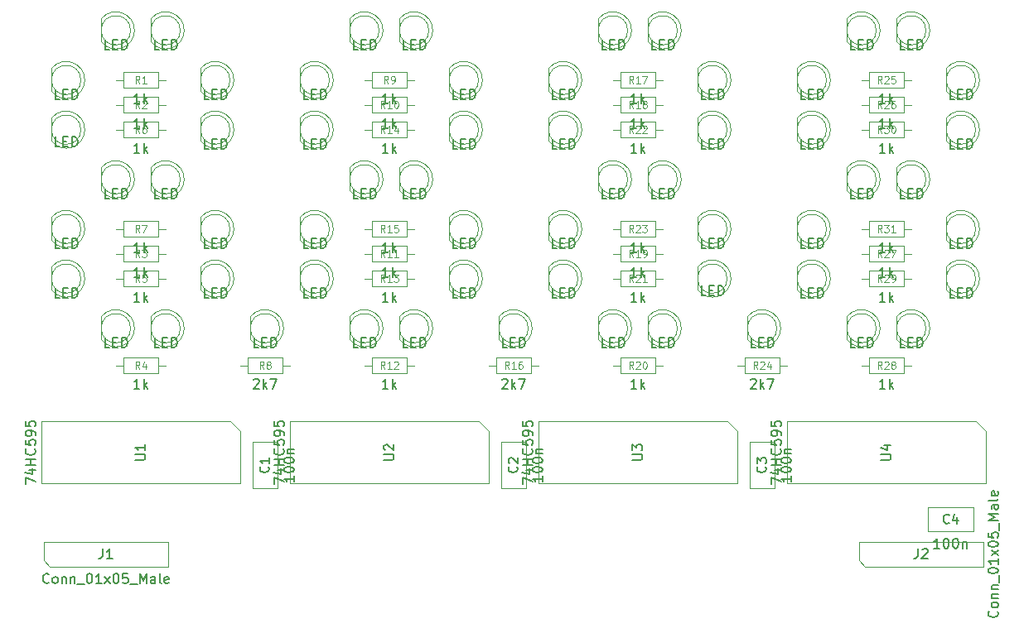
<source format=gbr>
G04 #@! TF.GenerationSoftware,KiCad,Pcbnew,5.1.6+dfsg1-1*
G04 #@! TF.CreationDate,2020-12-17T15:22:49-07:00*
G04 #@! TF.ProjectId,7segment,37736567-6d65-46e7-942e-6b696361645f,rev?*
G04 #@! TF.SameCoordinates,Original*
G04 #@! TF.FileFunction,Other,Fab,Top*
%FSLAX46Y46*%
G04 Gerber Fmt 4.6, Leading zero omitted, Abs format (unit mm)*
G04 Created by KiCad (PCBNEW 5.1.6+dfsg1-1) date 2020-12-17 15:22:49*
%MOMM*%
%LPD*%
G01*
G04 APERTURE LIST*
%ADD10C,0.100000*%
%ADD11C,0.150000*%
%ADD12C,0.141000*%
%ADD13C,0.108000*%
G04 APERTURE END LIST*
D10*
X162306000Y-116459000D02*
X162306000Y-114554000D01*
X162306000Y-114554000D02*
X175006000Y-114554000D01*
X175006000Y-114554000D02*
X175006000Y-117094000D01*
X175006000Y-117094000D02*
X162941000Y-117094000D01*
X162941000Y-117094000D02*
X162306000Y-116459000D01*
X174014000Y-111018000D02*
X169314000Y-111018000D01*
X174014000Y-113518000D02*
X174014000Y-111018000D01*
X169314000Y-113518000D02*
X174014000Y-113518000D01*
X169314000Y-111018000D02*
X169314000Y-113518000D01*
X99060000Y-103235000D02*
X99060000Y-108585000D01*
X99060000Y-108585000D02*
X78740000Y-108585000D01*
X78740000Y-108585000D02*
X78740000Y-102235000D01*
X78740000Y-102235000D02*
X98060000Y-102235000D01*
X98060000Y-102235000D02*
X99060000Y-103235000D01*
X124460000Y-103235000D02*
X124460000Y-108585000D01*
X124460000Y-108585000D02*
X104140000Y-108585000D01*
X104140000Y-108585000D02*
X104140000Y-102235000D01*
X104140000Y-102235000D02*
X123460000Y-102235000D01*
X123460000Y-102235000D02*
X124460000Y-103235000D01*
X149860000Y-103235000D02*
X149860000Y-108585000D01*
X149860000Y-108585000D02*
X129540000Y-108585000D01*
X129540000Y-108585000D02*
X129540000Y-102235000D01*
X129540000Y-102235000D02*
X148860000Y-102235000D01*
X148860000Y-102235000D02*
X149860000Y-103235000D01*
X175260000Y-103235000D02*
X175260000Y-108585000D01*
X175260000Y-108585000D02*
X154940000Y-108585000D01*
X154940000Y-108585000D02*
X154940000Y-102235000D01*
X154940000Y-102235000D02*
X174260000Y-102235000D01*
X174260000Y-102235000D02*
X175260000Y-103235000D01*
X78994000Y-116459000D02*
X78994000Y-114554000D01*
X78994000Y-114554000D02*
X91694000Y-114554000D01*
X91694000Y-114554000D02*
X91694000Y-117094000D01*
X91694000Y-117094000D02*
X79629000Y-117094000D01*
X79629000Y-117094000D02*
X78994000Y-116459000D01*
X151150000Y-104370000D02*
X151150000Y-109070000D01*
X153650000Y-104370000D02*
X151150000Y-104370000D01*
X153650000Y-109070000D02*
X153650000Y-104370000D01*
X151150000Y-109070000D02*
X153650000Y-109070000D01*
X100350000Y-104370000D02*
X100350000Y-109070000D01*
X102850000Y-104370000D02*
X100350000Y-104370000D01*
X102850000Y-109070000D02*
X102850000Y-104370000D01*
X100350000Y-109070000D02*
X102850000Y-109070000D01*
X125750000Y-104370000D02*
X125750000Y-109070000D01*
X128250000Y-104370000D02*
X125750000Y-104370000D01*
X128250000Y-109070000D02*
X128250000Y-104370000D01*
X125750000Y-109070000D02*
X128250000Y-109070000D01*
X163300000Y-81750000D02*
X163300000Y-83350000D01*
X163300000Y-83350000D02*
X166900000Y-83350000D01*
X166900000Y-83350000D02*
X166900000Y-81750000D01*
X166900000Y-81750000D02*
X163300000Y-81750000D01*
X162560000Y-82550000D02*
X163300000Y-82550000D01*
X167640000Y-82550000D02*
X166900000Y-82550000D01*
X163300000Y-71590000D02*
X163300000Y-73190000D01*
X163300000Y-73190000D02*
X166900000Y-73190000D01*
X166900000Y-73190000D02*
X166900000Y-71590000D01*
X166900000Y-71590000D02*
X163300000Y-71590000D01*
X162560000Y-72390000D02*
X163300000Y-72390000D01*
X167640000Y-72390000D02*
X166900000Y-72390000D01*
X163300000Y-86830000D02*
X163300000Y-88430000D01*
X163300000Y-88430000D02*
X166900000Y-88430000D01*
X166900000Y-88430000D02*
X166900000Y-86830000D01*
X166900000Y-86830000D02*
X163300000Y-86830000D01*
X162560000Y-87630000D02*
X163300000Y-87630000D01*
X167640000Y-87630000D02*
X166900000Y-87630000D01*
X163300000Y-95720000D02*
X163300000Y-97320000D01*
X163300000Y-97320000D02*
X166900000Y-97320000D01*
X166900000Y-97320000D02*
X166900000Y-95720000D01*
X166900000Y-95720000D02*
X163300000Y-95720000D01*
X162560000Y-96520000D02*
X163300000Y-96520000D01*
X167640000Y-96520000D02*
X166900000Y-96520000D01*
X163300000Y-84290000D02*
X163300000Y-85890000D01*
X163300000Y-85890000D02*
X166900000Y-85890000D01*
X166900000Y-85890000D02*
X166900000Y-84290000D01*
X166900000Y-84290000D02*
X163300000Y-84290000D01*
X162560000Y-85090000D02*
X163300000Y-85090000D01*
X167640000Y-85090000D02*
X166900000Y-85090000D01*
X163300000Y-69050000D02*
X163300000Y-70650000D01*
X163300000Y-70650000D02*
X166900000Y-70650000D01*
X166900000Y-70650000D02*
X166900000Y-69050000D01*
X166900000Y-69050000D02*
X163300000Y-69050000D01*
X162560000Y-69850000D02*
X163300000Y-69850000D01*
X167640000Y-69850000D02*
X166900000Y-69850000D01*
X163300000Y-66510000D02*
X163300000Y-68110000D01*
X163300000Y-68110000D02*
X166900000Y-68110000D01*
X166900000Y-68110000D02*
X166900000Y-66510000D01*
X166900000Y-66510000D02*
X163300000Y-66510000D01*
X162560000Y-67310000D02*
X163300000Y-67310000D01*
X167640000Y-67310000D02*
X166900000Y-67310000D01*
X150600000Y-95720000D02*
X150600000Y-97320000D01*
X150600000Y-97320000D02*
X154200000Y-97320000D01*
X154200000Y-97320000D02*
X154200000Y-95720000D01*
X154200000Y-95720000D02*
X150600000Y-95720000D01*
X149860000Y-96520000D02*
X150600000Y-96520000D01*
X154940000Y-96520000D02*
X154200000Y-96520000D01*
X137900000Y-81750000D02*
X137900000Y-83350000D01*
X137900000Y-83350000D02*
X141500000Y-83350000D01*
X141500000Y-83350000D02*
X141500000Y-81750000D01*
X141500000Y-81750000D02*
X137900000Y-81750000D01*
X137160000Y-82550000D02*
X137900000Y-82550000D01*
X142240000Y-82550000D02*
X141500000Y-82550000D01*
X137900000Y-71590000D02*
X137900000Y-73190000D01*
X137900000Y-73190000D02*
X141500000Y-73190000D01*
X141500000Y-73190000D02*
X141500000Y-71590000D01*
X141500000Y-71590000D02*
X137900000Y-71590000D01*
X137160000Y-72390000D02*
X137900000Y-72390000D01*
X142240000Y-72390000D02*
X141500000Y-72390000D01*
X137900000Y-86830000D02*
X137900000Y-88430000D01*
X137900000Y-88430000D02*
X141500000Y-88430000D01*
X141500000Y-88430000D02*
X141500000Y-86830000D01*
X141500000Y-86830000D02*
X137900000Y-86830000D01*
X137160000Y-87630000D02*
X137900000Y-87630000D01*
X142240000Y-87630000D02*
X141500000Y-87630000D01*
X137900000Y-95720000D02*
X137900000Y-97320000D01*
X137900000Y-97320000D02*
X141500000Y-97320000D01*
X141500000Y-97320000D02*
X141500000Y-95720000D01*
X141500000Y-95720000D02*
X137900000Y-95720000D01*
X137160000Y-96520000D02*
X137900000Y-96520000D01*
X142240000Y-96520000D02*
X141500000Y-96520000D01*
X137900000Y-84290000D02*
X137900000Y-85890000D01*
X137900000Y-85890000D02*
X141500000Y-85890000D01*
X141500000Y-85890000D02*
X141500000Y-84290000D01*
X141500000Y-84290000D02*
X137900000Y-84290000D01*
X137160000Y-85090000D02*
X137900000Y-85090000D01*
X142240000Y-85090000D02*
X141500000Y-85090000D01*
X137900000Y-69050000D02*
X137900000Y-70650000D01*
X137900000Y-70650000D02*
X141500000Y-70650000D01*
X141500000Y-70650000D02*
X141500000Y-69050000D01*
X141500000Y-69050000D02*
X137900000Y-69050000D01*
X137160000Y-69850000D02*
X137900000Y-69850000D01*
X142240000Y-69850000D02*
X141500000Y-69850000D01*
X137900000Y-66510000D02*
X137900000Y-68110000D01*
X137900000Y-68110000D02*
X141500000Y-68110000D01*
X141500000Y-68110000D02*
X141500000Y-66510000D01*
X141500000Y-66510000D02*
X137900000Y-66510000D01*
X137160000Y-67310000D02*
X137900000Y-67310000D01*
X142240000Y-67310000D02*
X141500000Y-67310000D01*
X125200000Y-95720000D02*
X125200000Y-97320000D01*
X125200000Y-97320000D02*
X128800000Y-97320000D01*
X128800000Y-97320000D02*
X128800000Y-95720000D01*
X128800000Y-95720000D02*
X125200000Y-95720000D01*
X124460000Y-96520000D02*
X125200000Y-96520000D01*
X129540000Y-96520000D02*
X128800000Y-96520000D01*
X112500000Y-81750000D02*
X112500000Y-83350000D01*
X112500000Y-83350000D02*
X116100000Y-83350000D01*
X116100000Y-83350000D02*
X116100000Y-81750000D01*
X116100000Y-81750000D02*
X112500000Y-81750000D01*
X111760000Y-82550000D02*
X112500000Y-82550000D01*
X116840000Y-82550000D02*
X116100000Y-82550000D01*
X112500000Y-71590000D02*
X112500000Y-73190000D01*
X112500000Y-73190000D02*
X116100000Y-73190000D01*
X116100000Y-73190000D02*
X116100000Y-71590000D01*
X116100000Y-71590000D02*
X112500000Y-71590000D01*
X111760000Y-72390000D02*
X112500000Y-72390000D01*
X116840000Y-72390000D02*
X116100000Y-72390000D01*
X112500000Y-86830000D02*
X112500000Y-88430000D01*
X112500000Y-88430000D02*
X116100000Y-88430000D01*
X116100000Y-88430000D02*
X116100000Y-86830000D01*
X116100000Y-86830000D02*
X112500000Y-86830000D01*
X111760000Y-87630000D02*
X112500000Y-87630000D01*
X116840000Y-87630000D02*
X116100000Y-87630000D01*
X112500000Y-95720000D02*
X112500000Y-97320000D01*
X112500000Y-97320000D02*
X116100000Y-97320000D01*
X116100000Y-97320000D02*
X116100000Y-95720000D01*
X116100000Y-95720000D02*
X112500000Y-95720000D01*
X111760000Y-96520000D02*
X112500000Y-96520000D01*
X116840000Y-96520000D02*
X116100000Y-96520000D01*
X112500000Y-84290000D02*
X112500000Y-85890000D01*
X112500000Y-85890000D02*
X116100000Y-85890000D01*
X116100000Y-85890000D02*
X116100000Y-84290000D01*
X116100000Y-84290000D02*
X112500000Y-84290000D01*
X111760000Y-85090000D02*
X112500000Y-85090000D01*
X116840000Y-85090000D02*
X116100000Y-85090000D01*
X112500000Y-69050000D02*
X112500000Y-70650000D01*
X112500000Y-70650000D02*
X116100000Y-70650000D01*
X116100000Y-70650000D02*
X116100000Y-69050000D01*
X116100000Y-69050000D02*
X112500000Y-69050000D01*
X111760000Y-69850000D02*
X112500000Y-69850000D01*
X116840000Y-69850000D02*
X116100000Y-69850000D01*
X112500000Y-66510000D02*
X112500000Y-68110000D01*
X112500000Y-68110000D02*
X116100000Y-68110000D01*
X116100000Y-68110000D02*
X116100000Y-66510000D01*
X116100000Y-66510000D02*
X112500000Y-66510000D01*
X111760000Y-67310000D02*
X112500000Y-67310000D01*
X116840000Y-67310000D02*
X116100000Y-67310000D01*
X99800000Y-95720000D02*
X99800000Y-97320000D01*
X99800000Y-97320000D02*
X103400000Y-97320000D01*
X103400000Y-97320000D02*
X103400000Y-95720000D01*
X103400000Y-95720000D02*
X99800000Y-95720000D01*
X99060000Y-96520000D02*
X99800000Y-96520000D01*
X104140000Y-96520000D02*
X103400000Y-96520000D01*
X87100000Y-81750000D02*
X87100000Y-83350000D01*
X87100000Y-83350000D02*
X90700000Y-83350000D01*
X90700000Y-83350000D02*
X90700000Y-81750000D01*
X90700000Y-81750000D02*
X87100000Y-81750000D01*
X86360000Y-82550000D02*
X87100000Y-82550000D01*
X91440000Y-82550000D02*
X90700000Y-82550000D01*
X87100000Y-71590000D02*
X87100000Y-73190000D01*
X87100000Y-73190000D02*
X90700000Y-73190000D01*
X90700000Y-73190000D02*
X90700000Y-71590000D01*
X90700000Y-71590000D02*
X87100000Y-71590000D01*
X86360000Y-72390000D02*
X87100000Y-72390000D01*
X91440000Y-72390000D02*
X90700000Y-72390000D01*
X87100000Y-86830000D02*
X87100000Y-88430000D01*
X87100000Y-88430000D02*
X90700000Y-88430000D01*
X90700000Y-88430000D02*
X90700000Y-86830000D01*
X90700000Y-86830000D02*
X87100000Y-86830000D01*
X86360000Y-87630000D02*
X87100000Y-87630000D01*
X91440000Y-87630000D02*
X90700000Y-87630000D01*
X87100000Y-95720000D02*
X87100000Y-97320000D01*
X87100000Y-97320000D02*
X90700000Y-97320000D01*
X90700000Y-97320000D02*
X90700000Y-95720000D01*
X90700000Y-95720000D02*
X87100000Y-95720000D01*
X86360000Y-96520000D02*
X87100000Y-96520000D01*
X91440000Y-96520000D02*
X90700000Y-96520000D01*
X87100000Y-84290000D02*
X87100000Y-85890000D01*
X87100000Y-85890000D02*
X90700000Y-85890000D01*
X90700000Y-85890000D02*
X90700000Y-84290000D01*
X90700000Y-84290000D02*
X87100000Y-84290000D01*
X86360000Y-85090000D02*
X87100000Y-85090000D01*
X91440000Y-85090000D02*
X90700000Y-85090000D01*
X87100000Y-69050000D02*
X87100000Y-70650000D01*
X87100000Y-70650000D02*
X90700000Y-70650000D01*
X90700000Y-70650000D02*
X90700000Y-69050000D01*
X90700000Y-69050000D02*
X87100000Y-69050000D01*
X86360000Y-69850000D02*
X87100000Y-69850000D01*
X91440000Y-69850000D02*
X90700000Y-69850000D01*
X87100000Y-66510000D02*
X87100000Y-68110000D01*
X87100000Y-68110000D02*
X90700000Y-68110000D01*
X90700000Y-68110000D02*
X90700000Y-66510000D01*
X90700000Y-66510000D02*
X87100000Y-66510000D01*
X86360000Y-67310000D02*
X87100000Y-67310000D01*
X91440000Y-67310000D02*
X90700000Y-67310000D01*
X169140000Y-77470000D02*
G75*
G03*
X169140000Y-77470000I-1500000J0D01*
G01*
X166140000Y-76303810D02*
X166140000Y-78636190D01*
X166139445Y-78635476D02*
G75*
G03*
X166140000Y-76303810I1500555J1165476D01*
G01*
X158980000Y-67310000D02*
G75*
G03*
X158980000Y-67310000I-1500000J0D01*
G01*
X155980000Y-66143810D02*
X155980000Y-68476190D01*
X155979445Y-68475476D02*
G75*
G03*
X155980000Y-66143810I1500555J1165476D01*
G01*
X158980000Y-82550000D02*
G75*
G03*
X158980000Y-82550000I-1500000J0D01*
G01*
X155980000Y-81383810D02*
X155980000Y-83716190D01*
X155979445Y-83715476D02*
G75*
G03*
X155980000Y-81383810I1500555J1165476D01*
G01*
X169140000Y-92710000D02*
G75*
G03*
X169140000Y-92710000I-1500000J0D01*
G01*
X166140000Y-91543810D02*
X166140000Y-93876190D01*
X166139445Y-93875476D02*
G75*
G03*
X166140000Y-91543810I1500555J1165476D01*
G01*
X174220000Y-87630000D02*
G75*
G03*
X174220000Y-87630000I-1500000J0D01*
G01*
X171220000Y-86463810D02*
X171220000Y-88796190D01*
X171219445Y-88795476D02*
G75*
G03*
X171220000Y-86463810I1500555J1165476D01*
G01*
X174220000Y-72390000D02*
G75*
G03*
X174220000Y-72390000I-1500000J0D01*
G01*
X171220000Y-71223810D02*
X171220000Y-73556190D01*
X171219445Y-73555476D02*
G75*
G03*
X171220000Y-71223810I1500555J1165476D01*
G01*
X169140000Y-62230000D02*
G75*
G03*
X169140000Y-62230000I-1500000J0D01*
G01*
X166140000Y-61063810D02*
X166140000Y-63396190D01*
X166139445Y-63395476D02*
G75*
G03*
X166140000Y-61063810I1500555J1165476D01*
G01*
X153900000Y-92710000D02*
G75*
G03*
X153900000Y-92710000I-1500000J0D01*
G01*
X150900000Y-91543810D02*
X150900000Y-93876190D01*
X150899445Y-93875476D02*
G75*
G03*
X150900000Y-91543810I1500555J1165476D01*
G01*
X143740000Y-77470000D02*
G75*
G03*
X143740000Y-77470000I-1500000J0D01*
G01*
X140740000Y-76303810D02*
X140740000Y-78636190D01*
X140739445Y-78635476D02*
G75*
G03*
X140740000Y-76303810I1500555J1165476D01*
G01*
X133580000Y-67310000D02*
G75*
G03*
X133580000Y-67310000I-1500000J0D01*
G01*
X130580000Y-66143810D02*
X130580000Y-68476190D01*
X130579445Y-68475476D02*
G75*
G03*
X130580000Y-66143810I1500555J1165476D01*
G01*
X133580000Y-82550000D02*
G75*
G03*
X133580000Y-82550000I-1500000J0D01*
G01*
X130580000Y-81383810D02*
X130580000Y-83716190D01*
X130579445Y-83715476D02*
G75*
G03*
X130580000Y-81383810I1500555J1165476D01*
G01*
X143740000Y-92710000D02*
G75*
G03*
X143740000Y-92710000I-1500000J0D01*
G01*
X140740000Y-91543810D02*
X140740000Y-93876190D01*
X140739445Y-93875476D02*
G75*
G03*
X140740000Y-91543810I1500555J1165476D01*
G01*
X148820000Y-87630000D02*
G75*
G03*
X148820000Y-87630000I-1500000J0D01*
G01*
X145820000Y-86463810D02*
X145820000Y-88796190D01*
X145819445Y-88795476D02*
G75*
G03*
X145820000Y-86463810I1500555J1165476D01*
G01*
X148820000Y-72390000D02*
G75*
G03*
X148820000Y-72390000I-1500000J0D01*
G01*
X145820000Y-71223810D02*
X145820000Y-73556190D01*
X145819445Y-73555476D02*
G75*
G03*
X145820000Y-71223810I1500555J1165476D01*
G01*
X143740000Y-62230000D02*
G75*
G03*
X143740000Y-62230000I-1500000J0D01*
G01*
X140740000Y-61063810D02*
X140740000Y-63396190D01*
X140739445Y-63395476D02*
G75*
G03*
X140740000Y-61063810I1500555J1165476D01*
G01*
X164060000Y-77470000D02*
G75*
G03*
X164060000Y-77470000I-1500000J0D01*
G01*
X161060000Y-76303810D02*
X161060000Y-78636190D01*
X161059445Y-78635476D02*
G75*
G03*
X161060000Y-76303810I1500555J1165476D01*
G01*
X158980000Y-72390000D02*
G75*
G03*
X158980000Y-72390000I-1500000J0D01*
G01*
X155980000Y-71223810D02*
X155980000Y-73556190D01*
X155979445Y-73555476D02*
G75*
G03*
X155980000Y-71223810I1500555J1165476D01*
G01*
X158980000Y-87630000D02*
G75*
G03*
X158980000Y-87630000I-1500000J0D01*
G01*
X155980000Y-86463810D02*
X155980000Y-88796190D01*
X155979445Y-88795476D02*
G75*
G03*
X155980000Y-86463810I1500555J1165476D01*
G01*
X164060000Y-92710000D02*
G75*
G03*
X164060000Y-92710000I-1500000J0D01*
G01*
X161060000Y-91543810D02*
X161060000Y-93876190D01*
X161059445Y-93875476D02*
G75*
G03*
X161060000Y-91543810I1500555J1165476D01*
G01*
X174220000Y-82550000D02*
G75*
G03*
X174220000Y-82550000I-1500000J0D01*
G01*
X171220000Y-81383810D02*
X171220000Y-83716190D01*
X171219445Y-83715476D02*
G75*
G03*
X171220000Y-81383810I1500555J1165476D01*
G01*
X174220000Y-67310000D02*
G75*
G03*
X174220000Y-67310000I-1500000J0D01*
G01*
X171220000Y-66143810D02*
X171220000Y-68476190D01*
X171219445Y-68475476D02*
G75*
G03*
X171220000Y-66143810I1500555J1165476D01*
G01*
X164060000Y-62230000D02*
G75*
G03*
X164060000Y-62230000I-1500000J0D01*
G01*
X161060000Y-61063810D02*
X161060000Y-63396190D01*
X161059445Y-63395476D02*
G75*
G03*
X161060000Y-61063810I1500555J1165476D01*
G01*
X138660000Y-77470000D02*
G75*
G03*
X138660000Y-77470000I-1500000J0D01*
G01*
X135660000Y-76303810D02*
X135660000Y-78636190D01*
X135659445Y-78635476D02*
G75*
G03*
X135660000Y-76303810I1500555J1165476D01*
G01*
X133580000Y-72390000D02*
G75*
G03*
X133580000Y-72390000I-1500000J0D01*
G01*
X130580000Y-71223810D02*
X130580000Y-73556190D01*
X130579445Y-73555476D02*
G75*
G03*
X130580000Y-71223810I1500555J1165476D01*
G01*
X133580000Y-87630000D02*
G75*
G03*
X133580000Y-87630000I-1500000J0D01*
G01*
X130580000Y-86463810D02*
X130580000Y-88796190D01*
X130579445Y-88795476D02*
G75*
G03*
X130580000Y-86463810I1500555J1165476D01*
G01*
X138660000Y-92710000D02*
G75*
G03*
X138660000Y-92710000I-1500000J0D01*
G01*
X135660000Y-91543810D02*
X135660000Y-93876190D01*
X135659445Y-93875476D02*
G75*
G03*
X135660000Y-91543810I1500555J1165476D01*
G01*
X148820000Y-82550000D02*
G75*
G03*
X148820000Y-82550000I-1500000J0D01*
G01*
X145820000Y-81383810D02*
X145820000Y-83716190D01*
X145819445Y-83715476D02*
G75*
G03*
X145820000Y-81383810I1500555J1165476D01*
G01*
X148820000Y-67310000D02*
G75*
G03*
X148820000Y-67310000I-1500000J0D01*
G01*
X145820000Y-66143810D02*
X145820000Y-68476190D01*
X145819445Y-68475476D02*
G75*
G03*
X145820000Y-66143810I1500555J1165476D01*
G01*
X138660000Y-62230000D02*
G75*
G03*
X138660000Y-62230000I-1500000J0D01*
G01*
X135660000Y-61063810D02*
X135660000Y-63396190D01*
X135659445Y-63395476D02*
G75*
G03*
X135660000Y-61063810I1500555J1165476D01*
G01*
X128500000Y-92710000D02*
G75*
G03*
X128500000Y-92710000I-1500000J0D01*
G01*
X125500000Y-91543810D02*
X125500000Y-93876190D01*
X125499445Y-93875476D02*
G75*
G03*
X125500000Y-91543810I1500555J1165476D01*
G01*
X118340000Y-77470000D02*
G75*
G03*
X118340000Y-77470000I-1500000J0D01*
G01*
X115340000Y-76303810D02*
X115340000Y-78636190D01*
X115339445Y-78635476D02*
G75*
G03*
X115340000Y-76303810I1500555J1165476D01*
G01*
X108180000Y-67310000D02*
G75*
G03*
X108180000Y-67310000I-1500000J0D01*
G01*
X105180000Y-66143810D02*
X105180000Y-68476190D01*
X105179445Y-68475476D02*
G75*
G03*
X105180000Y-66143810I1500555J1165476D01*
G01*
X108180000Y-82550000D02*
G75*
G03*
X108180000Y-82550000I-1500000J0D01*
G01*
X105180000Y-81383810D02*
X105180000Y-83716190D01*
X105179445Y-83715476D02*
G75*
G03*
X105180000Y-81383810I1500555J1165476D01*
G01*
X118340000Y-92710000D02*
G75*
G03*
X118340000Y-92710000I-1500000J0D01*
G01*
X115340000Y-91543810D02*
X115340000Y-93876190D01*
X115339445Y-93875476D02*
G75*
G03*
X115340000Y-91543810I1500555J1165476D01*
G01*
X123420000Y-87630000D02*
G75*
G03*
X123420000Y-87630000I-1500000J0D01*
G01*
X120420000Y-86463810D02*
X120420000Y-88796190D01*
X120419445Y-88795476D02*
G75*
G03*
X120420000Y-86463810I1500555J1165476D01*
G01*
X123420000Y-72390000D02*
G75*
G03*
X123420000Y-72390000I-1500000J0D01*
G01*
X120420000Y-71223810D02*
X120420000Y-73556190D01*
X120419445Y-73555476D02*
G75*
G03*
X120420000Y-71223810I1500555J1165476D01*
G01*
X118340000Y-62230000D02*
G75*
G03*
X118340000Y-62230000I-1500000J0D01*
G01*
X115340000Y-61063810D02*
X115340000Y-63396190D01*
X115339445Y-63395476D02*
G75*
G03*
X115340000Y-61063810I1500555J1165476D01*
G01*
X103100000Y-92710000D02*
G75*
G03*
X103100000Y-92710000I-1500000J0D01*
G01*
X100100000Y-91543810D02*
X100100000Y-93876190D01*
X100099445Y-93875476D02*
G75*
G03*
X100100000Y-91543810I1500555J1165476D01*
G01*
X92940000Y-77470000D02*
G75*
G03*
X92940000Y-77470000I-1500000J0D01*
G01*
X89940000Y-76303810D02*
X89940000Y-78636190D01*
X89939445Y-78635476D02*
G75*
G03*
X89940000Y-76303810I1500555J1165476D01*
G01*
X82780000Y-67310000D02*
G75*
G03*
X82780000Y-67310000I-1500000J0D01*
G01*
X79780000Y-66143810D02*
X79780000Y-68476190D01*
X79779445Y-68475476D02*
G75*
G03*
X79780000Y-66143810I1500555J1165476D01*
G01*
X82780000Y-82550000D02*
G75*
G03*
X82780000Y-82550000I-1500000J0D01*
G01*
X79780000Y-81383810D02*
X79780000Y-83716190D01*
X79779445Y-83715476D02*
G75*
G03*
X79780000Y-81383810I1500555J1165476D01*
G01*
X92940000Y-92710000D02*
G75*
G03*
X92940000Y-92710000I-1500000J0D01*
G01*
X89940000Y-91543810D02*
X89940000Y-93876190D01*
X89939445Y-93875476D02*
G75*
G03*
X89940000Y-91543810I1500555J1165476D01*
G01*
X98020000Y-87630000D02*
G75*
G03*
X98020000Y-87630000I-1500000J0D01*
G01*
X95020000Y-86463810D02*
X95020000Y-88796190D01*
X95019445Y-88795476D02*
G75*
G03*
X95020000Y-86463810I1500555J1165476D01*
G01*
X98020000Y-72390000D02*
G75*
G03*
X98020000Y-72390000I-1500000J0D01*
G01*
X95020000Y-71223810D02*
X95020000Y-73556190D01*
X95019445Y-73555476D02*
G75*
G03*
X95020000Y-71223810I1500555J1165476D01*
G01*
X92940000Y-62230000D02*
G75*
G03*
X92940000Y-62230000I-1500000J0D01*
G01*
X89940000Y-61063810D02*
X89940000Y-63396190D01*
X89939445Y-63395476D02*
G75*
G03*
X89940000Y-61063810I1500555J1165476D01*
G01*
X113260000Y-77470000D02*
G75*
G03*
X113260000Y-77470000I-1500000J0D01*
G01*
X110260000Y-76303810D02*
X110260000Y-78636190D01*
X110259445Y-78635476D02*
G75*
G03*
X110260000Y-76303810I1500555J1165476D01*
G01*
X108180000Y-72390000D02*
G75*
G03*
X108180000Y-72390000I-1500000J0D01*
G01*
X105180000Y-71223810D02*
X105180000Y-73556190D01*
X105179445Y-73555476D02*
G75*
G03*
X105180000Y-71223810I1500555J1165476D01*
G01*
X108180000Y-87630000D02*
G75*
G03*
X108180000Y-87630000I-1500000J0D01*
G01*
X105180000Y-86463810D02*
X105180000Y-88796190D01*
X105179445Y-88795476D02*
G75*
G03*
X105180000Y-86463810I1500555J1165476D01*
G01*
X113260000Y-92710000D02*
G75*
G03*
X113260000Y-92710000I-1500000J0D01*
G01*
X110260000Y-91543810D02*
X110260000Y-93876190D01*
X110259445Y-93875476D02*
G75*
G03*
X110260000Y-91543810I1500555J1165476D01*
G01*
X123420000Y-82550000D02*
G75*
G03*
X123420000Y-82550000I-1500000J0D01*
G01*
X120420000Y-81383810D02*
X120420000Y-83716190D01*
X120419445Y-83715476D02*
G75*
G03*
X120420000Y-81383810I1500555J1165476D01*
G01*
X123420000Y-67310000D02*
G75*
G03*
X123420000Y-67310000I-1500000J0D01*
G01*
X120420000Y-66143810D02*
X120420000Y-68476190D01*
X120419445Y-68475476D02*
G75*
G03*
X120420000Y-66143810I1500555J1165476D01*
G01*
X113260000Y-62230000D02*
G75*
G03*
X113260000Y-62230000I-1500000J0D01*
G01*
X110260000Y-61063810D02*
X110260000Y-63396190D01*
X110259445Y-63395476D02*
G75*
G03*
X110260000Y-61063810I1500555J1165476D01*
G01*
X87860000Y-77470000D02*
G75*
G03*
X87860000Y-77470000I-1500000J0D01*
G01*
X84860000Y-76303810D02*
X84860000Y-78636190D01*
X84859445Y-78635476D02*
G75*
G03*
X84860000Y-76303810I1500555J1165476D01*
G01*
X82780000Y-72390000D02*
G75*
G03*
X82780000Y-72390000I-1500000J0D01*
G01*
X79780000Y-71223810D02*
X79780000Y-73556190D01*
X79779445Y-73555476D02*
G75*
G03*
X79780000Y-71223810I1500555J1165476D01*
G01*
X82780000Y-87630000D02*
G75*
G03*
X82780000Y-87630000I-1500000J0D01*
G01*
X79780000Y-86463810D02*
X79780000Y-88796190D01*
X79779445Y-88795476D02*
G75*
G03*
X79780000Y-86463810I1500555J1165476D01*
G01*
X87860000Y-92710000D02*
G75*
G03*
X87860000Y-92710000I-1500000J0D01*
G01*
X84860000Y-91543810D02*
X84860000Y-93876190D01*
X84859445Y-93875476D02*
G75*
G03*
X84860000Y-91543810I1500555J1165476D01*
G01*
X98020000Y-82550000D02*
G75*
G03*
X98020000Y-82550000I-1500000J0D01*
G01*
X95020000Y-81383810D02*
X95020000Y-83716190D01*
X95019445Y-83715476D02*
G75*
G03*
X95020000Y-81383810I1500555J1165476D01*
G01*
X98020000Y-67310000D02*
G75*
G03*
X98020000Y-67310000I-1500000J0D01*
G01*
X95020000Y-66143810D02*
X95020000Y-68476190D01*
X95019445Y-68475476D02*
G75*
G03*
X95020000Y-66143810I1500555J1165476D01*
G01*
X87860000Y-62230000D02*
G75*
G03*
X87860000Y-62230000I-1500000J0D01*
G01*
X84860000Y-61063810D02*
X84860000Y-63396190D01*
X84859445Y-63395476D02*
G75*
G03*
X84860000Y-61063810I1500555J1165476D01*
G01*
D11*
X176423142Y-121657333D02*
X176470761Y-121704952D01*
X176518380Y-121847809D01*
X176518380Y-121943047D01*
X176470761Y-122085904D01*
X176375523Y-122181142D01*
X176280285Y-122228761D01*
X176089809Y-122276380D01*
X175946952Y-122276380D01*
X175756476Y-122228761D01*
X175661238Y-122181142D01*
X175566000Y-122085904D01*
X175518380Y-121943047D01*
X175518380Y-121847809D01*
X175566000Y-121704952D01*
X175613619Y-121657333D01*
X176518380Y-121085904D02*
X176470761Y-121181142D01*
X176423142Y-121228761D01*
X176327904Y-121276380D01*
X176042190Y-121276380D01*
X175946952Y-121228761D01*
X175899333Y-121181142D01*
X175851714Y-121085904D01*
X175851714Y-120943047D01*
X175899333Y-120847809D01*
X175946952Y-120800190D01*
X176042190Y-120752571D01*
X176327904Y-120752571D01*
X176423142Y-120800190D01*
X176470761Y-120847809D01*
X176518380Y-120943047D01*
X176518380Y-121085904D01*
X175851714Y-120324000D02*
X176518380Y-120324000D01*
X175946952Y-120324000D02*
X175899333Y-120276380D01*
X175851714Y-120181142D01*
X175851714Y-120038285D01*
X175899333Y-119943047D01*
X175994571Y-119895428D01*
X176518380Y-119895428D01*
X175851714Y-119419238D02*
X176518380Y-119419238D01*
X175946952Y-119419238D02*
X175899333Y-119371619D01*
X175851714Y-119276380D01*
X175851714Y-119133523D01*
X175899333Y-119038285D01*
X175994571Y-118990666D01*
X176518380Y-118990666D01*
X176613619Y-118752571D02*
X176613619Y-117990666D01*
X175518380Y-117562095D02*
X175518380Y-117466857D01*
X175566000Y-117371619D01*
X175613619Y-117324000D01*
X175708857Y-117276380D01*
X175899333Y-117228761D01*
X176137428Y-117228761D01*
X176327904Y-117276380D01*
X176423142Y-117324000D01*
X176470761Y-117371619D01*
X176518380Y-117466857D01*
X176518380Y-117562095D01*
X176470761Y-117657333D01*
X176423142Y-117704952D01*
X176327904Y-117752571D01*
X176137428Y-117800190D01*
X175899333Y-117800190D01*
X175708857Y-117752571D01*
X175613619Y-117704952D01*
X175566000Y-117657333D01*
X175518380Y-117562095D01*
X176518380Y-116276380D02*
X176518380Y-116847809D01*
X176518380Y-116562095D02*
X175518380Y-116562095D01*
X175661238Y-116657333D01*
X175756476Y-116752571D01*
X175804095Y-116847809D01*
X176518380Y-115943047D02*
X175851714Y-115419238D01*
X175851714Y-115943047D02*
X176518380Y-115419238D01*
X175518380Y-114847809D02*
X175518380Y-114752571D01*
X175566000Y-114657333D01*
X175613619Y-114609714D01*
X175708857Y-114562095D01*
X175899333Y-114514476D01*
X176137428Y-114514476D01*
X176327904Y-114562095D01*
X176423142Y-114609714D01*
X176470761Y-114657333D01*
X176518380Y-114752571D01*
X176518380Y-114847809D01*
X176470761Y-114943047D01*
X176423142Y-114990666D01*
X176327904Y-115038285D01*
X176137428Y-115085904D01*
X175899333Y-115085904D01*
X175708857Y-115038285D01*
X175613619Y-114990666D01*
X175566000Y-114943047D01*
X175518380Y-114847809D01*
X175518380Y-113609714D02*
X175518380Y-114085904D01*
X175994571Y-114133523D01*
X175946952Y-114085904D01*
X175899333Y-113990666D01*
X175899333Y-113752571D01*
X175946952Y-113657333D01*
X175994571Y-113609714D01*
X176089809Y-113562095D01*
X176327904Y-113562095D01*
X176423142Y-113609714D01*
X176470761Y-113657333D01*
X176518380Y-113752571D01*
X176518380Y-113990666D01*
X176470761Y-114085904D01*
X176423142Y-114133523D01*
X176613619Y-113371619D02*
X176613619Y-112609714D01*
X176518380Y-112371619D02*
X175518380Y-112371619D01*
X176232666Y-112038285D01*
X175518380Y-111704952D01*
X176518380Y-111704952D01*
X176518380Y-110800190D02*
X175994571Y-110800190D01*
X175899333Y-110847809D01*
X175851714Y-110943047D01*
X175851714Y-111133523D01*
X175899333Y-111228761D01*
X176470761Y-110800190D02*
X176518380Y-110895428D01*
X176518380Y-111133523D01*
X176470761Y-111228761D01*
X176375523Y-111276380D01*
X176280285Y-111276380D01*
X176185047Y-111228761D01*
X176137428Y-111133523D01*
X176137428Y-110895428D01*
X176089809Y-110800190D01*
X176518380Y-110181142D02*
X176470761Y-110276380D01*
X176375523Y-110324000D01*
X175518380Y-110324000D01*
X176470761Y-109419238D02*
X176518380Y-109514476D01*
X176518380Y-109704952D01*
X176470761Y-109800190D01*
X176375523Y-109847809D01*
X175994571Y-109847809D01*
X175899333Y-109800190D01*
X175851714Y-109704952D01*
X175851714Y-109514476D01*
X175899333Y-109419238D01*
X175994571Y-109371619D01*
X176089809Y-109371619D01*
X176185047Y-109847809D01*
X168322666Y-115276380D02*
X168322666Y-115990666D01*
X168275047Y-116133523D01*
X168179809Y-116228761D01*
X168036952Y-116276380D01*
X167941714Y-116276380D01*
X168751238Y-115371619D02*
X168798857Y-115324000D01*
X168894095Y-115276380D01*
X169132190Y-115276380D01*
X169227428Y-115324000D01*
X169275047Y-115371619D01*
X169322666Y-115466857D01*
X169322666Y-115562095D01*
X169275047Y-115704952D01*
X168703619Y-116276380D01*
X169322666Y-116276380D01*
X170544952Y-115220380D02*
X169973523Y-115220380D01*
X170259238Y-115220380D02*
X170259238Y-114220380D01*
X170164000Y-114363238D01*
X170068761Y-114458476D01*
X169973523Y-114506095D01*
X171164000Y-114220380D02*
X171259238Y-114220380D01*
X171354476Y-114268000D01*
X171402095Y-114315619D01*
X171449714Y-114410857D01*
X171497333Y-114601333D01*
X171497333Y-114839428D01*
X171449714Y-115029904D01*
X171402095Y-115125142D01*
X171354476Y-115172761D01*
X171259238Y-115220380D01*
X171164000Y-115220380D01*
X171068761Y-115172761D01*
X171021142Y-115125142D01*
X170973523Y-115029904D01*
X170925904Y-114839428D01*
X170925904Y-114601333D01*
X170973523Y-114410857D01*
X171021142Y-114315619D01*
X171068761Y-114268000D01*
X171164000Y-114220380D01*
X172116380Y-114220380D02*
X172211619Y-114220380D01*
X172306857Y-114268000D01*
X172354476Y-114315619D01*
X172402095Y-114410857D01*
X172449714Y-114601333D01*
X172449714Y-114839428D01*
X172402095Y-115029904D01*
X172354476Y-115125142D01*
X172306857Y-115172761D01*
X172211619Y-115220380D01*
X172116380Y-115220380D01*
X172021142Y-115172761D01*
X171973523Y-115125142D01*
X171925904Y-115029904D01*
X171878285Y-114839428D01*
X171878285Y-114601333D01*
X171925904Y-114410857D01*
X171973523Y-114315619D01*
X172021142Y-114268000D01*
X172116380Y-114220380D01*
X172878285Y-114553714D02*
X172878285Y-115220380D01*
X172878285Y-114648952D02*
X172925904Y-114601333D01*
X173021142Y-114553714D01*
X173164000Y-114553714D01*
X173259238Y-114601333D01*
X173306857Y-114696571D01*
X173306857Y-115220380D01*
D12*
X171507333Y-112603714D02*
X171462571Y-112648476D01*
X171328285Y-112693238D01*
X171238761Y-112693238D01*
X171104476Y-112648476D01*
X171014952Y-112558952D01*
X170970190Y-112469428D01*
X170925428Y-112290380D01*
X170925428Y-112156095D01*
X170970190Y-111977047D01*
X171014952Y-111887523D01*
X171104476Y-111798000D01*
X171238761Y-111753238D01*
X171328285Y-111753238D01*
X171462571Y-111798000D01*
X171507333Y-111842761D01*
X172313047Y-112066571D02*
X172313047Y-112693238D01*
X172089238Y-111708476D02*
X171865428Y-112379904D01*
X172447333Y-112379904D01*
D11*
X77132380Y-108671904D02*
X77132380Y-108005238D01*
X78132380Y-108433809D01*
X77465714Y-107195714D02*
X78132380Y-107195714D01*
X77084761Y-107433809D02*
X77799047Y-107671904D01*
X77799047Y-107052857D01*
X78132380Y-106671904D02*
X77132380Y-106671904D01*
X77608571Y-106671904D02*
X77608571Y-106100476D01*
X78132380Y-106100476D02*
X77132380Y-106100476D01*
X78037142Y-105052857D02*
X78084761Y-105100476D01*
X78132380Y-105243333D01*
X78132380Y-105338571D01*
X78084761Y-105481428D01*
X77989523Y-105576666D01*
X77894285Y-105624285D01*
X77703809Y-105671904D01*
X77560952Y-105671904D01*
X77370476Y-105624285D01*
X77275238Y-105576666D01*
X77180000Y-105481428D01*
X77132380Y-105338571D01*
X77132380Y-105243333D01*
X77180000Y-105100476D01*
X77227619Y-105052857D01*
X77132380Y-104148095D02*
X77132380Y-104624285D01*
X77608571Y-104671904D01*
X77560952Y-104624285D01*
X77513333Y-104529047D01*
X77513333Y-104290952D01*
X77560952Y-104195714D01*
X77608571Y-104148095D01*
X77703809Y-104100476D01*
X77941904Y-104100476D01*
X78037142Y-104148095D01*
X78084761Y-104195714D01*
X78132380Y-104290952D01*
X78132380Y-104529047D01*
X78084761Y-104624285D01*
X78037142Y-104671904D01*
X78132380Y-103624285D02*
X78132380Y-103433809D01*
X78084761Y-103338571D01*
X78037142Y-103290952D01*
X77894285Y-103195714D01*
X77703809Y-103148095D01*
X77322857Y-103148095D01*
X77227619Y-103195714D01*
X77180000Y-103243333D01*
X77132380Y-103338571D01*
X77132380Y-103529047D01*
X77180000Y-103624285D01*
X77227619Y-103671904D01*
X77322857Y-103719523D01*
X77560952Y-103719523D01*
X77656190Y-103671904D01*
X77703809Y-103624285D01*
X77751428Y-103529047D01*
X77751428Y-103338571D01*
X77703809Y-103243333D01*
X77656190Y-103195714D01*
X77560952Y-103148095D01*
X77132380Y-102243333D02*
X77132380Y-102719523D01*
X77608571Y-102767142D01*
X77560952Y-102719523D01*
X77513333Y-102624285D01*
X77513333Y-102386190D01*
X77560952Y-102290952D01*
X77608571Y-102243333D01*
X77703809Y-102195714D01*
X77941904Y-102195714D01*
X78037142Y-102243333D01*
X78084761Y-102290952D01*
X78132380Y-102386190D01*
X78132380Y-102624285D01*
X78084761Y-102719523D01*
X78037142Y-102767142D01*
X88352380Y-106171904D02*
X89161904Y-106171904D01*
X89257142Y-106124285D01*
X89304761Y-106076666D01*
X89352380Y-105981428D01*
X89352380Y-105790952D01*
X89304761Y-105695714D01*
X89257142Y-105648095D01*
X89161904Y-105600476D01*
X88352380Y-105600476D01*
X89352380Y-104600476D02*
X89352380Y-105171904D01*
X89352380Y-104886190D02*
X88352380Y-104886190D01*
X88495238Y-104981428D01*
X88590476Y-105076666D01*
X88638095Y-105171904D01*
X102532380Y-108671904D02*
X102532380Y-108005238D01*
X103532380Y-108433809D01*
X102865714Y-107195714D02*
X103532380Y-107195714D01*
X102484761Y-107433809D02*
X103199047Y-107671904D01*
X103199047Y-107052857D01*
X103532380Y-106671904D02*
X102532380Y-106671904D01*
X103008571Y-106671904D02*
X103008571Y-106100476D01*
X103532380Y-106100476D02*
X102532380Y-106100476D01*
X103437142Y-105052857D02*
X103484761Y-105100476D01*
X103532380Y-105243333D01*
X103532380Y-105338571D01*
X103484761Y-105481428D01*
X103389523Y-105576666D01*
X103294285Y-105624285D01*
X103103809Y-105671904D01*
X102960952Y-105671904D01*
X102770476Y-105624285D01*
X102675238Y-105576666D01*
X102580000Y-105481428D01*
X102532380Y-105338571D01*
X102532380Y-105243333D01*
X102580000Y-105100476D01*
X102627619Y-105052857D01*
X102532380Y-104148095D02*
X102532380Y-104624285D01*
X103008571Y-104671904D01*
X102960952Y-104624285D01*
X102913333Y-104529047D01*
X102913333Y-104290952D01*
X102960952Y-104195714D01*
X103008571Y-104148095D01*
X103103809Y-104100476D01*
X103341904Y-104100476D01*
X103437142Y-104148095D01*
X103484761Y-104195714D01*
X103532380Y-104290952D01*
X103532380Y-104529047D01*
X103484761Y-104624285D01*
X103437142Y-104671904D01*
X103532380Y-103624285D02*
X103532380Y-103433809D01*
X103484761Y-103338571D01*
X103437142Y-103290952D01*
X103294285Y-103195714D01*
X103103809Y-103148095D01*
X102722857Y-103148095D01*
X102627619Y-103195714D01*
X102580000Y-103243333D01*
X102532380Y-103338571D01*
X102532380Y-103529047D01*
X102580000Y-103624285D01*
X102627619Y-103671904D01*
X102722857Y-103719523D01*
X102960952Y-103719523D01*
X103056190Y-103671904D01*
X103103809Y-103624285D01*
X103151428Y-103529047D01*
X103151428Y-103338571D01*
X103103809Y-103243333D01*
X103056190Y-103195714D01*
X102960952Y-103148095D01*
X102532380Y-102243333D02*
X102532380Y-102719523D01*
X103008571Y-102767142D01*
X102960952Y-102719523D01*
X102913333Y-102624285D01*
X102913333Y-102386190D01*
X102960952Y-102290952D01*
X103008571Y-102243333D01*
X103103809Y-102195714D01*
X103341904Y-102195714D01*
X103437142Y-102243333D01*
X103484761Y-102290952D01*
X103532380Y-102386190D01*
X103532380Y-102624285D01*
X103484761Y-102719523D01*
X103437142Y-102767142D01*
X113752380Y-106171904D02*
X114561904Y-106171904D01*
X114657142Y-106124285D01*
X114704761Y-106076666D01*
X114752380Y-105981428D01*
X114752380Y-105790952D01*
X114704761Y-105695714D01*
X114657142Y-105648095D01*
X114561904Y-105600476D01*
X113752380Y-105600476D01*
X113847619Y-105171904D02*
X113800000Y-105124285D01*
X113752380Y-105029047D01*
X113752380Y-104790952D01*
X113800000Y-104695714D01*
X113847619Y-104648095D01*
X113942857Y-104600476D01*
X114038095Y-104600476D01*
X114180952Y-104648095D01*
X114752380Y-105219523D01*
X114752380Y-104600476D01*
X127932380Y-108671904D02*
X127932380Y-108005238D01*
X128932380Y-108433809D01*
X128265714Y-107195714D02*
X128932380Y-107195714D01*
X127884761Y-107433809D02*
X128599047Y-107671904D01*
X128599047Y-107052857D01*
X128932380Y-106671904D02*
X127932380Y-106671904D01*
X128408571Y-106671904D02*
X128408571Y-106100476D01*
X128932380Y-106100476D02*
X127932380Y-106100476D01*
X128837142Y-105052857D02*
X128884761Y-105100476D01*
X128932380Y-105243333D01*
X128932380Y-105338571D01*
X128884761Y-105481428D01*
X128789523Y-105576666D01*
X128694285Y-105624285D01*
X128503809Y-105671904D01*
X128360952Y-105671904D01*
X128170476Y-105624285D01*
X128075238Y-105576666D01*
X127980000Y-105481428D01*
X127932380Y-105338571D01*
X127932380Y-105243333D01*
X127980000Y-105100476D01*
X128027619Y-105052857D01*
X127932380Y-104148095D02*
X127932380Y-104624285D01*
X128408571Y-104671904D01*
X128360952Y-104624285D01*
X128313333Y-104529047D01*
X128313333Y-104290952D01*
X128360952Y-104195714D01*
X128408571Y-104148095D01*
X128503809Y-104100476D01*
X128741904Y-104100476D01*
X128837142Y-104148095D01*
X128884761Y-104195714D01*
X128932380Y-104290952D01*
X128932380Y-104529047D01*
X128884761Y-104624285D01*
X128837142Y-104671904D01*
X128932380Y-103624285D02*
X128932380Y-103433809D01*
X128884761Y-103338571D01*
X128837142Y-103290952D01*
X128694285Y-103195714D01*
X128503809Y-103148095D01*
X128122857Y-103148095D01*
X128027619Y-103195714D01*
X127980000Y-103243333D01*
X127932380Y-103338571D01*
X127932380Y-103529047D01*
X127980000Y-103624285D01*
X128027619Y-103671904D01*
X128122857Y-103719523D01*
X128360952Y-103719523D01*
X128456190Y-103671904D01*
X128503809Y-103624285D01*
X128551428Y-103529047D01*
X128551428Y-103338571D01*
X128503809Y-103243333D01*
X128456190Y-103195714D01*
X128360952Y-103148095D01*
X127932380Y-102243333D02*
X127932380Y-102719523D01*
X128408571Y-102767142D01*
X128360952Y-102719523D01*
X128313333Y-102624285D01*
X128313333Y-102386190D01*
X128360952Y-102290952D01*
X128408571Y-102243333D01*
X128503809Y-102195714D01*
X128741904Y-102195714D01*
X128837142Y-102243333D01*
X128884761Y-102290952D01*
X128932380Y-102386190D01*
X128932380Y-102624285D01*
X128884761Y-102719523D01*
X128837142Y-102767142D01*
X139152380Y-106171904D02*
X139961904Y-106171904D01*
X140057142Y-106124285D01*
X140104761Y-106076666D01*
X140152380Y-105981428D01*
X140152380Y-105790952D01*
X140104761Y-105695714D01*
X140057142Y-105648095D01*
X139961904Y-105600476D01*
X139152380Y-105600476D01*
X139152380Y-105219523D02*
X139152380Y-104600476D01*
X139533333Y-104933809D01*
X139533333Y-104790952D01*
X139580952Y-104695714D01*
X139628571Y-104648095D01*
X139723809Y-104600476D01*
X139961904Y-104600476D01*
X140057142Y-104648095D01*
X140104761Y-104695714D01*
X140152380Y-104790952D01*
X140152380Y-105076666D01*
X140104761Y-105171904D01*
X140057142Y-105219523D01*
X153332380Y-108671904D02*
X153332380Y-108005238D01*
X154332380Y-108433809D01*
X153665714Y-107195714D02*
X154332380Y-107195714D01*
X153284761Y-107433809D02*
X153999047Y-107671904D01*
X153999047Y-107052857D01*
X154332380Y-106671904D02*
X153332380Y-106671904D01*
X153808571Y-106671904D02*
X153808571Y-106100476D01*
X154332380Y-106100476D02*
X153332380Y-106100476D01*
X154237142Y-105052857D02*
X154284761Y-105100476D01*
X154332380Y-105243333D01*
X154332380Y-105338571D01*
X154284761Y-105481428D01*
X154189523Y-105576666D01*
X154094285Y-105624285D01*
X153903809Y-105671904D01*
X153760952Y-105671904D01*
X153570476Y-105624285D01*
X153475238Y-105576666D01*
X153380000Y-105481428D01*
X153332380Y-105338571D01*
X153332380Y-105243333D01*
X153380000Y-105100476D01*
X153427619Y-105052857D01*
X153332380Y-104148095D02*
X153332380Y-104624285D01*
X153808571Y-104671904D01*
X153760952Y-104624285D01*
X153713333Y-104529047D01*
X153713333Y-104290952D01*
X153760952Y-104195714D01*
X153808571Y-104148095D01*
X153903809Y-104100476D01*
X154141904Y-104100476D01*
X154237142Y-104148095D01*
X154284761Y-104195714D01*
X154332380Y-104290952D01*
X154332380Y-104529047D01*
X154284761Y-104624285D01*
X154237142Y-104671904D01*
X154332380Y-103624285D02*
X154332380Y-103433809D01*
X154284761Y-103338571D01*
X154237142Y-103290952D01*
X154094285Y-103195714D01*
X153903809Y-103148095D01*
X153522857Y-103148095D01*
X153427619Y-103195714D01*
X153380000Y-103243333D01*
X153332380Y-103338571D01*
X153332380Y-103529047D01*
X153380000Y-103624285D01*
X153427619Y-103671904D01*
X153522857Y-103719523D01*
X153760952Y-103719523D01*
X153856190Y-103671904D01*
X153903809Y-103624285D01*
X153951428Y-103529047D01*
X153951428Y-103338571D01*
X153903809Y-103243333D01*
X153856190Y-103195714D01*
X153760952Y-103148095D01*
X153332380Y-102243333D02*
X153332380Y-102719523D01*
X153808571Y-102767142D01*
X153760952Y-102719523D01*
X153713333Y-102624285D01*
X153713333Y-102386190D01*
X153760952Y-102290952D01*
X153808571Y-102243333D01*
X153903809Y-102195714D01*
X154141904Y-102195714D01*
X154237142Y-102243333D01*
X154284761Y-102290952D01*
X154332380Y-102386190D01*
X154332380Y-102624285D01*
X154284761Y-102719523D01*
X154237142Y-102767142D01*
X164552380Y-106171904D02*
X165361904Y-106171904D01*
X165457142Y-106124285D01*
X165504761Y-106076666D01*
X165552380Y-105981428D01*
X165552380Y-105790952D01*
X165504761Y-105695714D01*
X165457142Y-105648095D01*
X165361904Y-105600476D01*
X164552380Y-105600476D01*
X164885714Y-104695714D02*
X165552380Y-104695714D01*
X164504761Y-104933809D02*
X165219047Y-105171904D01*
X165219047Y-104552857D01*
X79510666Y-118721142D02*
X79463047Y-118768761D01*
X79320190Y-118816380D01*
X79224952Y-118816380D01*
X79082095Y-118768761D01*
X78986857Y-118673523D01*
X78939238Y-118578285D01*
X78891619Y-118387809D01*
X78891619Y-118244952D01*
X78939238Y-118054476D01*
X78986857Y-117959238D01*
X79082095Y-117864000D01*
X79224952Y-117816380D01*
X79320190Y-117816380D01*
X79463047Y-117864000D01*
X79510666Y-117911619D01*
X80082095Y-118816380D02*
X79986857Y-118768761D01*
X79939238Y-118721142D01*
X79891619Y-118625904D01*
X79891619Y-118340190D01*
X79939238Y-118244952D01*
X79986857Y-118197333D01*
X80082095Y-118149714D01*
X80224952Y-118149714D01*
X80320190Y-118197333D01*
X80367809Y-118244952D01*
X80415428Y-118340190D01*
X80415428Y-118625904D01*
X80367809Y-118721142D01*
X80320190Y-118768761D01*
X80224952Y-118816380D01*
X80082095Y-118816380D01*
X80844000Y-118149714D02*
X80844000Y-118816380D01*
X80844000Y-118244952D02*
X80891619Y-118197333D01*
X80986857Y-118149714D01*
X81129714Y-118149714D01*
X81224952Y-118197333D01*
X81272571Y-118292571D01*
X81272571Y-118816380D01*
X81748761Y-118149714D02*
X81748761Y-118816380D01*
X81748761Y-118244952D02*
X81796380Y-118197333D01*
X81891619Y-118149714D01*
X82034476Y-118149714D01*
X82129714Y-118197333D01*
X82177333Y-118292571D01*
X82177333Y-118816380D01*
X82415428Y-118911619D02*
X83177333Y-118911619D01*
X83605904Y-117816380D02*
X83701142Y-117816380D01*
X83796380Y-117864000D01*
X83844000Y-117911619D01*
X83891619Y-118006857D01*
X83939238Y-118197333D01*
X83939238Y-118435428D01*
X83891619Y-118625904D01*
X83844000Y-118721142D01*
X83796380Y-118768761D01*
X83701142Y-118816380D01*
X83605904Y-118816380D01*
X83510666Y-118768761D01*
X83463047Y-118721142D01*
X83415428Y-118625904D01*
X83367809Y-118435428D01*
X83367809Y-118197333D01*
X83415428Y-118006857D01*
X83463047Y-117911619D01*
X83510666Y-117864000D01*
X83605904Y-117816380D01*
X84891619Y-118816380D02*
X84320190Y-118816380D01*
X84605904Y-118816380D02*
X84605904Y-117816380D01*
X84510666Y-117959238D01*
X84415428Y-118054476D01*
X84320190Y-118102095D01*
X85224952Y-118816380D02*
X85748761Y-118149714D01*
X85224952Y-118149714D02*
X85748761Y-118816380D01*
X86320190Y-117816380D02*
X86415428Y-117816380D01*
X86510666Y-117864000D01*
X86558285Y-117911619D01*
X86605904Y-118006857D01*
X86653523Y-118197333D01*
X86653523Y-118435428D01*
X86605904Y-118625904D01*
X86558285Y-118721142D01*
X86510666Y-118768761D01*
X86415428Y-118816380D01*
X86320190Y-118816380D01*
X86224952Y-118768761D01*
X86177333Y-118721142D01*
X86129714Y-118625904D01*
X86082095Y-118435428D01*
X86082095Y-118197333D01*
X86129714Y-118006857D01*
X86177333Y-117911619D01*
X86224952Y-117864000D01*
X86320190Y-117816380D01*
X87558285Y-117816380D02*
X87082095Y-117816380D01*
X87034476Y-118292571D01*
X87082095Y-118244952D01*
X87177333Y-118197333D01*
X87415428Y-118197333D01*
X87510666Y-118244952D01*
X87558285Y-118292571D01*
X87605904Y-118387809D01*
X87605904Y-118625904D01*
X87558285Y-118721142D01*
X87510666Y-118768761D01*
X87415428Y-118816380D01*
X87177333Y-118816380D01*
X87082095Y-118768761D01*
X87034476Y-118721142D01*
X87796380Y-118911619D02*
X88558285Y-118911619D01*
X88796380Y-118816380D02*
X88796380Y-117816380D01*
X89129714Y-118530666D01*
X89463047Y-117816380D01*
X89463047Y-118816380D01*
X90367809Y-118816380D02*
X90367809Y-118292571D01*
X90320190Y-118197333D01*
X90224952Y-118149714D01*
X90034476Y-118149714D01*
X89939238Y-118197333D01*
X90367809Y-118768761D02*
X90272571Y-118816380D01*
X90034476Y-118816380D01*
X89939238Y-118768761D01*
X89891619Y-118673523D01*
X89891619Y-118578285D01*
X89939238Y-118483047D01*
X90034476Y-118435428D01*
X90272571Y-118435428D01*
X90367809Y-118387809D01*
X90986857Y-118816380D02*
X90891619Y-118768761D01*
X90844000Y-118673523D01*
X90844000Y-117816380D01*
X91748761Y-118768761D02*
X91653523Y-118816380D01*
X91463047Y-118816380D01*
X91367809Y-118768761D01*
X91320190Y-118673523D01*
X91320190Y-118292571D01*
X91367809Y-118197333D01*
X91463047Y-118149714D01*
X91653523Y-118149714D01*
X91748761Y-118197333D01*
X91796380Y-118292571D01*
X91796380Y-118387809D01*
X91320190Y-118483047D01*
X85010666Y-115276380D02*
X85010666Y-115990666D01*
X84963047Y-116133523D01*
X84867809Y-116228761D01*
X84724952Y-116276380D01*
X84629714Y-116276380D01*
X86010666Y-116276380D02*
X85439238Y-116276380D01*
X85724952Y-116276380D02*
X85724952Y-115276380D01*
X85629714Y-115419238D01*
X85534476Y-115514476D01*
X85439238Y-115562095D01*
X155352380Y-107839047D02*
X155352380Y-108410476D01*
X155352380Y-108124761D02*
X154352380Y-108124761D01*
X154495238Y-108220000D01*
X154590476Y-108315238D01*
X154638095Y-108410476D01*
X154352380Y-107220000D02*
X154352380Y-107124761D01*
X154400000Y-107029523D01*
X154447619Y-106981904D01*
X154542857Y-106934285D01*
X154733333Y-106886666D01*
X154971428Y-106886666D01*
X155161904Y-106934285D01*
X155257142Y-106981904D01*
X155304761Y-107029523D01*
X155352380Y-107124761D01*
X155352380Y-107220000D01*
X155304761Y-107315238D01*
X155257142Y-107362857D01*
X155161904Y-107410476D01*
X154971428Y-107458095D01*
X154733333Y-107458095D01*
X154542857Y-107410476D01*
X154447619Y-107362857D01*
X154400000Y-107315238D01*
X154352380Y-107220000D01*
X154352380Y-106267619D02*
X154352380Y-106172380D01*
X154400000Y-106077142D01*
X154447619Y-106029523D01*
X154542857Y-105981904D01*
X154733333Y-105934285D01*
X154971428Y-105934285D01*
X155161904Y-105981904D01*
X155257142Y-106029523D01*
X155304761Y-106077142D01*
X155352380Y-106172380D01*
X155352380Y-106267619D01*
X155304761Y-106362857D01*
X155257142Y-106410476D01*
X155161904Y-106458095D01*
X154971428Y-106505714D01*
X154733333Y-106505714D01*
X154542857Y-106458095D01*
X154447619Y-106410476D01*
X154400000Y-106362857D01*
X154352380Y-106267619D01*
X154685714Y-105505714D02*
X155352380Y-105505714D01*
X154780952Y-105505714D02*
X154733333Y-105458095D01*
X154685714Y-105362857D01*
X154685714Y-105220000D01*
X154733333Y-105124761D01*
X154828571Y-105077142D01*
X155352380Y-105077142D01*
D12*
X152735714Y-106876666D02*
X152780476Y-106921428D01*
X152825238Y-107055714D01*
X152825238Y-107145238D01*
X152780476Y-107279523D01*
X152690952Y-107369047D01*
X152601428Y-107413809D01*
X152422380Y-107458571D01*
X152288095Y-107458571D01*
X152109047Y-107413809D01*
X152019523Y-107369047D01*
X151930000Y-107279523D01*
X151885238Y-107145238D01*
X151885238Y-107055714D01*
X151930000Y-106921428D01*
X151974761Y-106876666D01*
X151885238Y-106563333D02*
X151885238Y-105981428D01*
X152243333Y-106294761D01*
X152243333Y-106160476D01*
X152288095Y-106070952D01*
X152332857Y-106026190D01*
X152422380Y-105981428D01*
X152646190Y-105981428D01*
X152735714Y-106026190D01*
X152780476Y-106070952D01*
X152825238Y-106160476D01*
X152825238Y-106429047D01*
X152780476Y-106518571D01*
X152735714Y-106563333D01*
D11*
X104552380Y-107839047D02*
X104552380Y-108410476D01*
X104552380Y-108124761D02*
X103552380Y-108124761D01*
X103695238Y-108220000D01*
X103790476Y-108315238D01*
X103838095Y-108410476D01*
X103552380Y-107220000D02*
X103552380Y-107124761D01*
X103600000Y-107029523D01*
X103647619Y-106981904D01*
X103742857Y-106934285D01*
X103933333Y-106886666D01*
X104171428Y-106886666D01*
X104361904Y-106934285D01*
X104457142Y-106981904D01*
X104504761Y-107029523D01*
X104552380Y-107124761D01*
X104552380Y-107220000D01*
X104504761Y-107315238D01*
X104457142Y-107362857D01*
X104361904Y-107410476D01*
X104171428Y-107458095D01*
X103933333Y-107458095D01*
X103742857Y-107410476D01*
X103647619Y-107362857D01*
X103600000Y-107315238D01*
X103552380Y-107220000D01*
X103552380Y-106267619D02*
X103552380Y-106172380D01*
X103600000Y-106077142D01*
X103647619Y-106029523D01*
X103742857Y-105981904D01*
X103933333Y-105934285D01*
X104171428Y-105934285D01*
X104361904Y-105981904D01*
X104457142Y-106029523D01*
X104504761Y-106077142D01*
X104552380Y-106172380D01*
X104552380Y-106267619D01*
X104504761Y-106362857D01*
X104457142Y-106410476D01*
X104361904Y-106458095D01*
X104171428Y-106505714D01*
X103933333Y-106505714D01*
X103742857Y-106458095D01*
X103647619Y-106410476D01*
X103600000Y-106362857D01*
X103552380Y-106267619D01*
X103885714Y-105505714D02*
X104552380Y-105505714D01*
X103980952Y-105505714D02*
X103933333Y-105458095D01*
X103885714Y-105362857D01*
X103885714Y-105220000D01*
X103933333Y-105124761D01*
X104028571Y-105077142D01*
X104552380Y-105077142D01*
D12*
X101935714Y-106876666D02*
X101980476Y-106921428D01*
X102025238Y-107055714D01*
X102025238Y-107145238D01*
X101980476Y-107279523D01*
X101890952Y-107369047D01*
X101801428Y-107413809D01*
X101622380Y-107458571D01*
X101488095Y-107458571D01*
X101309047Y-107413809D01*
X101219523Y-107369047D01*
X101130000Y-107279523D01*
X101085238Y-107145238D01*
X101085238Y-107055714D01*
X101130000Y-106921428D01*
X101174761Y-106876666D01*
X102025238Y-105981428D02*
X102025238Y-106518571D01*
X102025238Y-106250000D02*
X101085238Y-106250000D01*
X101219523Y-106339523D01*
X101309047Y-106429047D01*
X101353809Y-106518571D01*
D11*
X129952380Y-107839047D02*
X129952380Y-108410476D01*
X129952380Y-108124761D02*
X128952380Y-108124761D01*
X129095238Y-108220000D01*
X129190476Y-108315238D01*
X129238095Y-108410476D01*
X128952380Y-107220000D02*
X128952380Y-107124761D01*
X129000000Y-107029523D01*
X129047619Y-106981904D01*
X129142857Y-106934285D01*
X129333333Y-106886666D01*
X129571428Y-106886666D01*
X129761904Y-106934285D01*
X129857142Y-106981904D01*
X129904761Y-107029523D01*
X129952380Y-107124761D01*
X129952380Y-107220000D01*
X129904761Y-107315238D01*
X129857142Y-107362857D01*
X129761904Y-107410476D01*
X129571428Y-107458095D01*
X129333333Y-107458095D01*
X129142857Y-107410476D01*
X129047619Y-107362857D01*
X129000000Y-107315238D01*
X128952380Y-107220000D01*
X128952380Y-106267619D02*
X128952380Y-106172380D01*
X129000000Y-106077142D01*
X129047619Y-106029523D01*
X129142857Y-105981904D01*
X129333333Y-105934285D01*
X129571428Y-105934285D01*
X129761904Y-105981904D01*
X129857142Y-106029523D01*
X129904761Y-106077142D01*
X129952380Y-106172380D01*
X129952380Y-106267619D01*
X129904761Y-106362857D01*
X129857142Y-106410476D01*
X129761904Y-106458095D01*
X129571428Y-106505714D01*
X129333333Y-106505714D01*
X129142857Y-106458095D01*
X129047619Y-106410476D01*
X129000000Y-106362857D01*
X128952380Y-106267619D01*
X129285714Y-105505714D02*
X129952380Y-105505714D01*
X129380952Y-105505714D02*
X129333333Y-105458095D01*
X129285714Y-105362857D01*
X129285714Y-105220000D01*
X129333333Y-105124761D01*
X129428571Y-105077142D01*
X129952380Y-105077142D01*
D12*
X127335714Y-106876666D02*
X127380476Y-106921428D01*
X127425238Y-107055714D01*
X127425238Y-107145238D01*
X127380476Y-107279523D01*
X127290952Y-107369047D01*
X127201428Y-107413809D01*
X127022380Y-107458571D01*
X126888095Y-107458571D01*
X126709047Y-107413809D01*
X126619523Y-107369047D01*
X126530000Y-107279523D01*
X126485238Y-107145238D01*
X126485238Y-107055714D01*
X126530000Y-106921428D01*
X126574761Y-106876666D01*
X126574761Y-106518571D02*
X126530000Y-106473809D01*
X126485238Y-106384285D01*
X126485238Y-106160476D01*
X126530000Y-106070952D01*
X126574761Y-106026190D01*
X126664285Y-105981428D01*
X126753809Y-105981428D01*
X126888095Y-106026190D01*
X127425238Y-106563333D01*
X127425238Y-105981428D01*
D11*
X164980952Y-84922380D02*
X164409523Y-84922380D01*
X164695238Y-84922380D02*
X164695238Y-83922380D01*
X164600000Y-84065238D01*
X164504761Y-84160476D01*
X164409523Y-84208095D01*
X165409523Y-84922380D02*
X165409523Y-83922380D01*
X165504761Y-84541428D02*
X165790476Y-84922380D01*
X165790476Y-84255714D02*
X165409523Y-84636666D01*
D13*
X164637142Y-82875714D02*
X164397142Y-82532857D01*
X164225714Y-82875714D02*
X164225714Y-82155714D01*
X164500000Y-82155714D01*
X164568571Y-82190000D01*
X164602857Y-82224285D01*
X164637142Y-82292857D01*
X164637142Y-82395714D01*
X164602857Y-82464285D01*
X164568571Y-82498571D01*
X164500000Y-82532857D01*
X164225714Y-82532857D01*
X164877142Y-82155714D02*
X165322857Y-82155714D01*
X165082857Y-82430000D01*
X165185714Y-82430000D01*
X165254285Y-82464285D01*
X165288571Y-82498571D01*
X165322857Y-82567142D01*
X165322857Y-82738571D01*
X165288571Y-82807142D01*
X165254285Y-82841428D01*
X165185714Y-82875714D01*
X164980000Y-82875714D01*
X164911428Y-82841428D01*
X164877142Y-82807142D01*
X166008571Y-82875714D02*
X165597142Y-82875714D01*
X165802857Y-82875714D02*
X165802857Y-82155714D01*
X165734285Y-82258571D01*
X165665714Y-82327142D01*
X165597142Y-82361428D01*
D11*
X164980952Y-74762380D02*
X164409523Y-74762380D01*
X164695238Y-74762380D02*
X164695238Y-73762380D01*
X164600000Y-73905238D01*
X164504761Y-74000476D01*
X164409523Y-74048095D01*
X165409523Y-74762380D02*
X165409523Y-73762380D01*
X165504761Y-74381428D02*
X165790476Y-74762380D01*
X165790476Y-74095714D02*
X165409523Y-74476666D01*
D13*
X164637142Y-72715714D02*
X164397142Y-72372857D01*
X164225714Y-72715714D02*
X164225714Y-71995714D01*
X164500000Y-71995714D01*
X164568571Y-72030000D01*
X164602857Y-72064285D01*
X164637142Y-72132857D01*
X164637142Y-72235714D01*
X164602857Y-72304285D01*
X164568571Y-72338571D01*
X164500000Y-72372857D01*
X164225714Y-72372857D01*
X164877142Y-71995714D02*
X165322857Y-71995714D01*
X165082857Y-72270000D01*
X165185714Y-72270000D01*
X165254285Y-72304285D01*
X165288571Y-72338571D01*
X165322857Y-72407142D01*
X165322857Y-72578571D01*
X165288571Y-72647142D01*
X165254285Y-72681428D01*
X165185714Y-72715714D01*
X164980000Y-72715714D01*
X164911428Y-72681428D01*
X164877142Y-72647142D01*
X165768571Y-71995714D02*
X165837142Y-71995714D01*
X165905714Y-72030000D01*
X165940000Y-72064285D01*
X165974285Y-72132857D01*
X166008571Y-72270000D01*
X166008571Y-72441428D01*
X165974285Y-72578571D01*
X165940000Y-72647142D01*
X165905714Y-72681428D01*
X165837142Y-72715714D01*
X165768571Y-72715714D01*
X165700000Y-72681428D01*
X165665714Y-72647142D01*
X165631428Y-72578571D01*
X165597142Y-72441428D01*
X165597142Y-72270000D01*
X165631428Y-72132857D01*
X165665714Y-72064285D01*
X165700000Y-72030000D01*
X165768571Y-71995714D01*
D11*
X164980952Y-90002380D02*
X164409523Y-90002380D01*
X164695238Y-90002380D02*
X164695238Y-89002380D01*
X164600000Y-89145238D01*
X164504761Y-89240476D01*
X164409523Y-89288095D01*
X165409523Y-90002380D02*
X165409523Y-89002380D01*
X165504761Y-89621428D02*
X165790476Y-90002380D01*
X165790476Y-89335714D02*
X165409523Y-89716666D01*
D13*
X164637142Y-87955714D02*
X164397142Y-87612857D01*
X164225714Y-87955714D02*
X164225714Y-87235714D01*
X164500000Y-87235714D01*
X164568571Y-87270000D01*
X164602857Y-87304285D01*
X164637142Y-87372857D01*
X164637142Y-87475714D01*
X164602857Y-87544285D01*
X164568571Y-87578571D01*
X164500000Y-87612857D01*
X164225714Y-87612857D01*
X164911428Y-87304285D02*
X164945714Y-87270000D01*
X165014285Y-87235714D01*
X165185714Y-87235714D01*
X165254285Y-87270000D01*
X165288571Y-87304285D01*
X165322857Y-87372857D01*
X165322857Y-87441428D01*
X165288571Y-87544285D01*
X164877142Y-87955714D01*
X165322857Y-87955714D01*
X165665714Y-87955714D02*
X165802857Y-87955714D01*
X165871428Y-87921428D01*
X165905714Y-87887142D01*
X165974285Y-87784285D01*
X166008571Y-87647142D01*
X166008571Y-87372857D01*
X165974285Y-87304285D01*
X165940000Y-87270000D01*
X165871428Y-87235714D01*
X165734285Y-87235714D01*
X165665714Y-87270000D01*
X165631428Y-87304285D01*
X165597142Y-87372857D01*
X165597142Y-87544285D01*
X165631428Y-87612857D01*
X165665714Y-87647142D01*
X165734285Y-87681428D01*
X165871428Y-87681428D01*
X165940000Y-87647142D01*
X165974285Y-87612857D01*
X166008571Y-87544285D01*
D11*
X164980952Y-98892380D02*
X164409523Y-98892380D01*
X164695238Y-98892380D02*
X164695238Y-97892380D01*
X164600000Y-98035238D01*
X164504761Y-98130476D01*
X164409523Y-98178095D01*
X165409523Y-98892380D02*
X165409523Y-97892380D01*
X165504761Y-98511428D02*
X165790476Y-98892380D01*
X165790476Y-98225714D02*
X165409523Y-98606666D01*
D13*
X164637142Y-96845714D02*
X164397142Y-96502857D01*
X164225714Y-96845714D02*
X164225714Y-96125714D01*
X164500000Y-96125714D01*
X164568571Y-96160000D01*
X164602857Y-96194285D01*
X164637142Y-96262857D01*
X164637142Y-96365714D01*
X164602857Y-96434285D01*
X164568571Y-96468571D01*
X164500000Y-96502857D01*
X164225714Y-96502857D01*
X164911428Y-96194285D02*
X164945714Y-96160000D01*
X165014285Y-96125714D01*
X165185714Y-96125714D01*
X165254285Y-96160000D01*
X165288571Y-96194285D01*
X165322857Y-96262857D01*
X165322857Y-96331428D01*
X165288571Y-96434285D01*
X164877142Y-96845714D01*
X165322857Y-96845714D01*
X165734285Y-96434285D02*
X165665714Y-96400000D01*
X165631428Y-96365714D01*
X165597142Y-96297142D01*
X165597142Y-96262857D01*
X165631428Y-96194285D01*
X165665714Y-96160000D01*
X165734285Y-96125714D01*
X165871428Y-96125714D01*
X165940000Y-96160000D01*
X165974285Y-96194285D01*
X166008571Y-96262857D01*
X166008571Y-96297142D01*
X165974285Y-96365714D01*
X165940000Y-96400000D01*
X165871428Y-96434285D01*
X165734285Y-96434285D01*
X165665714Y-96468571D01*
X165631428Y-96502857D01*
X165597142Y-96571428D01*
X165597142Y-96708571D01*
X165631428Y-96777142D01*
X165665714Y-96811428D01*
X165734285Y-96845714D01*
X165871428Y-96845714D01*
X165940000Y-96811428D01*
X165974285Y-96777142D01*
X166008571Y-96708571D01*
X166008571Y-96571428D01*
X165974285Y-96502857D01*
X165940000Y-96468571D01*
X165871428Y-96434285D01*
D11*
X164980952Y-87462380D02*
X164409523Y-87462380D01*
X164695238Y-87462380D02*
X164695238Y-86462380D01*
X164600000Y-86605238D01*
X164504761Y-86700476D01*
X164409523Y-86748095D01*
X165409523Y-87462380D02*
X165409523Y-86462380D01*
X165504761Y-87081428D02*
X165790476Y-87462380D01*
X165790476Y-86795714D02*
X165409523Y-87176666D01*
D13*
X164637142Y-85415714D02*
X164397142Y-85072857D01*
X164225714Y-85415714D02*
X164225714Y-84695714D01*
X164500000Y-84695714D01*
X164568571Y-84730000D01*
X164602857Y-84764285D01*
X164637142Y-84832857D01*
X164637142Y-84935714D01*
X164602857Y-85004285D01*
X164568571Y-85038571D01*
X164500000Y-85072857D01*
X164225714Y-85072857D01*
X164911428Y-84764285D02*
X164945714Y-84730000D01*
X165014285Y-84695714D01*
X165185714Y-84695714D01*
X165254285Y-84730000D01*
X165288571Y-84764285D01*
X165322857Y-84832857D01*
X165322857Y-84901428D01*
X165288571Y-85004285D01*
X164877142Y-85415714D01*
X165322857Y-85415714D01*
X165562857Y-84695714D02*
X166042857Y-84695714D01*
X165734285Y-85415714D01*
D11*
X164980952Y-72222380D02*
X164409523Y-72222380D01*
X164695238Y-72222380D02*
X164695238Y-71222380D01*
X164600000Y-71365238D01*
X164504761Y-71460476D01*
X164409523Y-71508095D01*
X165409523Y-72222380D02*
X165409523Y-71222380D01*
X165504761Y-71841428D02*
X165790476Y-72222380D01*
X165790476Y-71555714D02*
X165409523Y-71936666D01*
D13*
X164637142Y-70175714D02*
X164397142Y-69832857D01*
X164225714Y-70175714D02*
X164225714Y-69455714D01*
X164500000Y-69455714D01*
X164568571Y-69490000D01*
X164602857Y-69524285D01*
X164637142Y-69592857D01*
X164637142Y-69695714D01*
X164602857Y-69764285D01*
X164568571Y-69798571D01*
X164500000Y-69832857D01*
X164225714Y-69832857D01*
X164911428Y-69524285D02*
X164945714Y-69490000D01*
X165014285Y-69455714D01*
X165185714Y-69455714D01*
X165254285Y-69490000D01*
X165288571Y-69524285D01*
X165322857Y-69592857D01*
X165322857Y-69661428D01*
X165288571Y-69764285D01*
X164877142Y-70175714D01*
X165322857Y-70175714D01*
X165940000Y-69455714D02*
X165802857Y-69455714D01*
X165734285Y-69490000D01*
X165700000Y-69524285D01*
X165631428Y-69627142D01*
X165597142Y-69764285D01*
X165597142Y-70038571D01*
X165631428Y-70107142D01*
X165665714Y-70141428D01*
X165734285Y-70175714D01*
X165871428Y-70175714D01*
X165940000Y-70141428D01*
X165974285Y-70107142D01*
X166008571Y-70038571D01*
X166008571Y-69867142D01*
X165974285Y-69798571D01*
X165940000Y-69764285D01*
X165871428Y-69730000D01*
X165734285Y-69730000D01*
X165665714Y-69764285D01*
X165631428Y-69798571D01*
X165597142Y-69867142D01*
D11*
X164980952Y-69682380D02*
X164409523Y-69682380D01*
X164695238Y-69682380D02*
X164695238Y-68682380D01*
X164600000Y-68825238D01*
X164504761Y-68920476D01*
X164409523Y-68968095D01*
X165409523Y-69682380D02*
X165409523Y-68682380D01*
X165504761Y-69301428D02*
X165790476Y-69682380D01*
X165790476Y-69015714D02*
X165409523Y-69396666D01*
D13*
X164637142Y-67635714D02*
X164397142Y-67292857D01*
X164225714Y-67635714D02*
X164225714Y-66915714D01*
X164500000Y-66915714D01*
X164568571Y-66950000D01*
X164602857Y-66984285D01*
X164637142Y-67052857D01*
X164637142Y-67155714D01*
X164602857Y-67224285D01*
X164568571Y-67258571D01*
X164500000Y-67292857D01*
X164225714Y-67292857D01*
X164911428Y-66984285D02*
X164945714Y-66950000D01*
X165014285Y-66915714D01*
X165185714Y-66915714D01*
X165254285Y-66950000D01*
X165288571Y-66984285D01*
X165322857Y-67052857D01*
X165322857Y-67121428D01*
X165288571Y-67224285D01*
X164877142Y-67635714D01*
X165322857Y-67635714D01*
X165974285Y-66915714D02*
X165631428Y-66915714D01*
X165597142Y-67258571D01*
X165631428Y-67224285D01*
X165700000Y-67190000D01*
X165871428Y-67190000D01*
X165940000Y-67224285D01*
X165974285Y-67258571D01*
X166008571Y-67327142D01*
X166008571Y-67498571D01*
X165974285Y-67567142D01*
X165940000Y-67601428D01*
X165871428Y-67635714D01*
X165700000Y-67635714D01*
X165631428Y-67601428D01*
X165597142Y-67567142D01*
D11*
X151233333Y-97987619D02*
X151280952Y-97940000D01*
X151376190Y-97892380D01*
X151614285Y-97892380D01*
X151709523Y-97940000D01*
X151757142Y-97987619D01*
X151804761Y-98082857D01*
X151804761Y-98178095D01*
X151757142Y-98320952D01*
X151185714Y-98892380D01*
X151804761Y-98892380D01*
X152233333Y-98892380D02*
X152233333Y-97892380D01*
X152328571Y-98511428D02*
X152614285Y-98892380D01*
X152614285Y-98225714D02*
X152233333Y-98606666D01*
X152947619Y-97892380D02*
X153614285Y-97892380D01*
X153185714Y-98892380D01*
D13*
X151937142Y-96845714D02*
X151697142Y-96502857D01*
X151525714Y-96845714D02*
X151525714Y-96125714D01*
X151800000Y-96125714D01*
X151868571Y-96160000D01*
X151902857Y-96194285D01*
X151937142Y-96262857D01*
X151937142Y-96365714D01*
X151902857Y-96434285D01*
X151868571Y-96468571D01*
X151800000Y-96502857D01*
X151525714Y-96502857D01*
X152211428Y-96194285D02*
X152245714Y-96160000D01*
X152314285Y-96125714D01*
X152485714Y-96125714D01*
X152554285Y-96160000D01*
X152588571Y-96194285D01*
X152622857Y-96262857D01*
X152622857Y-96331428D01*
X152588571Y-96434285D01*
X152177142Y-96845714D01*
X152622857Y-96845714D01*
X153240000Y-96365714D02*
X153240000Y-96845714D01*
X153068571Y-96091428D02*
X152897142Y-96605714D01*
X153342857Y-96605714D01*
D11*
X139580952Y-84922380D02*
X139009523Y-84922380D01*
X139295238Y-84922380D02*
X139295238Y-83922380D01*
X139200000Y-84065238D01*
X139104761Y-84160476D01*
X139009523Y-84208095D01*
X140009523Y-84922380D02*
X140009523Y-83922380D01*
X140104761Y-84541428D02*
X140390476Y-84922380D01*
X140390476Y-84255714D02*
X140009523Y-84636666D01*
D13*
X139237142Y-82875714D02*
X138997142Y-82532857D01*
X138825714Y-82875714D02*
X138825714Y-82155714D01*
X139100000Y-82155714D01*
X139168571Y-82190000D01*
X139202857Y-82224285D01*
X139237142Y-82292857D01*
X139237142Y-82395714D01*
X139202857Y-82464285D01*
X139168571Y-82498571D01*
X139100000Y-82532857D01*
X138825714Y-82532857D01*
X139511428Y-82224285D02*
X139545714Y-82190000D01*
X139614285Y-82155714D01*
X139785714Y-82155714D01*
X139854285Y-82190000D01*
X139888571Y-82224285D01*
X139922857Y-82292857D01*
X139922857Y-82361428D01*
X139888571Y-82464285D01*
X139477142Y-82875714D01*
X139922857Y-82875714D01*
X140162857Y-82155714D02*
X140608571Y-82155714D01*
X140368571Y-82430000D01*
X140471428Y-82430000D01*
X140540000Y-82464285D01*
X140574285Y-82498571D01*
X140608571Y-82567142D01*
X140608571Y-82738571D01*
X140574285Y-82807142D01*
X140540000Y-82841428D01*
X140471428Y-82875714D01*
X140265714Y-82875714D01*
X140197142Y-82841428D01*
X140162857Y-82807142D01*
D11*
X139580952Y-74762380D02*
X139009523Y-74762380D01*
X139295238Y-74762380D02*
X139295238Y-73762380D01*
X139200000Y-73905238D01*
X139104761Y-74000476D01*
X139009523Y-74048095D01*
X140009523Y-74762380D02*
X140009523Y-73762380D01*
X140104761Y-74381428D02*
X140390476Y-74762380D01*
X140390476Y-74095714D02*
X140009523Y-74476666D01*
D13*
X139237142Y-72715714D02*
X138997142Y-72372857D01*
X138825714Y-72715714D02*
X138825714Y-71995714D01*
X139100000Y-71995714D01*
X139168571Y-72030000D01*
X139202857Y-72064285D01*
X139237142Y-72132857D01*
X139237142Y-72235714D01*
X139202857Y-72304285D01*
X139168571Y-72338571D01*
X139100000Y-72372857D01*
X138825714Y-72372857D01*
X139511428Y-72064285D02*
X139545714Y-72030000D01*
X139614285Y-71995714D01*
X139785714Y-71995714D01*
X139854285Y-72030000D01*
X139888571Y-72064285D01*
X139922857Y-72132857D01*
X139922857Y-72201428D01*
X139888571Y-72304285D01*
X139477142Y-72715714D01*
X139922857Y-72715714D01*
X140197142Y-72064285D02*
X140231428Y-72030000D01*
X140300000Y-71995714D01*
X140471428Y-71995714D01*
X140540000Y-72030000D01*
X140574285Y-72064285D01*
X140608571Y-72132857D01*
X140608571Y-72201428D01*
X140574285Y-72304285D01*
X140162857Y-72715714D01*
X140608571Y-72715714D01*
D11*
X139580952Y-90002380D02*
X139009523Y-90002380D01*
X139295238Y-90002380D02*
X139295238Y-89002380D01*
X139200000Y-89145238D01*
X139104761Y-89240476D01*
X139009523Y-89288095D01*
X140009523Y-90002380D02*
X140009523Y-89002380D01*
X140104761Y-89621428D02*
X140390476Y-90002380D01*
X140390476Y-89335714D02*
X140009523Y-89716666D01*
D13*
X139237142Y-87955714D02*
X138997142Y-87612857D01*
X138825714Y-87955714D02*
X138825714Y-87235714D01*
X139100000Y-87235714D01*
X139168571Y-87270000D01*
X139202857Y-87304285D01*
X139237142Y-87372857D01*
X139237142Y-87475714D01*
X139202857Y-87544285D01*
X139168571Y-87578571D01*
X139100000Y-87612857D01*
X138825714Y-87612857D01*
X139511428Y-87304285D02*
X139545714Y-87270000D01*
X139614285Y-87235714D01*
X139785714Y-87235714D01*
X139854285Y-87270000D01*
X139888571Y-87304285D01*
X139922857Y-87372857D01*
X139922857Y-87441428D01*
X139888571Y-87544285D01*
X139477142Y-87955714D01*
X139922857Y-87955714D01*
X140608571Y-87955714D02*
X140197142Y-87955714D01*
X140402857Y-87955714D02*
X140402857Y-87235714D01*
X140334285Y-87338571D01*
X140265714Y-87407142D01*
X140197142Y-87441428D01*
D11*
X139580952Y-98892380D02*
X139009523Y-98892380D01*
X139295238Y-98892380D02*
X139295238Y-97892380D01*
X139200000Y-98035238D01*
X139104761Y-98130476D01*
X139009523Y-98178095D01*
X140009523Y-98892380D02*
X140009523Y-97892380D01*
X140104761Y-98511428D02*
X140390476Y-98892380D01*
X140390476Y-98225714D02*
X140009523Y-98606666D01*
D13*
X139237142Y-96845714D02*
X138997142Y-96502857D01*
X138825714Y-96845714D02*
X138825714Y-96125714D01*
X139100000Y-96125714D01*
X139168571Y-96160000D01*
X139202857Y-96194285D01*
X139237142Y-96262857D01*
X139237142Y-96365714D01*
X139202857Y-96434285D01*
X139168571Y-96468571D01*
X139100000Y-96502857D01*
X138825714Y-96502857D01*
X139511428Y-96194285D02*
X139545714Y-96160000D01*
X139614285Y-96125714D01*
X139785714Y-96125714D01*
X139854285Y-96160000D01*
X139888571Y-96194285D01*
X139922857Y-96262857D01*
X139922857Y-96331428D01*
X139888571Y-96434285D01*
X139477142Y-96845714D01*
X139922857Y-96845714D01*
X140368571Y-96125714D02*
X140437142Y-96125714D01*
X140505714Y-96160000D01*
X140540000Y-96194285D01*
X140574285Y-96262857D01*
X140608571Y-96400000D01*
X140608571Y-96571428D01*
X140574285Y-96708571D01*
X140540000Y-96777142D01*
X140505714Y-96811428D01*
X140437142Y-96845714D01*
X140368571Y-96845714D01*
X140300000Y-96811428D01*
X140265714Y-96777142D01*
X140231428Y-96708571D01*
X140197142Y-96571428D01*
X140197142Y-96400000D01*
X140231428Y-96262857D01*
X140265714Y-96194285D01*
X140300000Y-96160000D01*
X140368571Y-96125714D01*
D11*
X139580952Y-87462380D02*
X139009523Y-87462380D01*
X139295238Y-87462380D02*
X139295238Y-86462380D01*
X139200000Y-86605238D01*
X139104761Y-86700476D01*
X139009523Y-86748095D01*
X140009523Y-87462380D02*
X140009523Y-86462380D01*
X140104761Y-87081428D02*
X140390476Y-87462380D01*
X140390476Y-86795714D02*
X140009523Y-87176666D01*
D13*
X139237142Y-85415714D02*
X138997142Y-85072857D01*
X138825714Y-85415714D02*
X138825714Y-84695714D01*
X139100000Y-84695714D01*
X139168571Y-84730000D01*
X139202857Y-84764285D01*
X139237142Y-84832857D01*
X139237142Y-84935714D01*
X139202857Y-85004285D01*
X139168571Y-85038571D01*
X139100000Y-85072857D01*
X138825714Y-85072857D01*
X139922857Y-85415714D02*
X139511428Y-85415714D01*
X139717142Y-85415714D02*
X139717142Y-84695714D01*
X139648571Y-84798571D01*
X139580000Y-84867142D01*
X139511428Y-84901428D01*
X140265714Y-85415714D02*
X140402857Y-85415714D01*
X140471428Y-85381428D01*
X140505714Y-85347142D01*
X140574285Y-85244285D01*
X140608571Y-85107142D01*
X140608571Y-84832857D01*
X140574285Y-84764285D01*
X140540000Y-84730000D01*
X140471428Y-84695714D01*
X140334285Y-84695714D01*
X140265714Y-84730000D01*
X140231428Y-84764285D01*
X140197142Y-84832857D01*
X140197142Y-85004285D01*
X140231428Y-85072857D01*
X140265714Y-85107142D01*
X140334285Y-85141428D01*
X140471428Y-85141428D01*
X140540000Y-85107142D01*
X140574285Y-85072857D01*
X140608571Y-85004285D01*
D11*
X139580952Y-72222380D02*
X139009523Y-72222380D01*
X139295238Y-72222380D02*
X139295238Y-71222380D01*
X139200000Y-71365238D01*
X139104761Y-71460476D01*
X139009523Y-71508095D01*
X140009523Y-72222380D02*
X140009523Y-71222380D01*
X140104761Y-71841428D02*
X140390476Y-72222380D01*
X140390476Y-71555714D02*
X140009523Y-71936666D01*
D13*
X139237142Y-70175714D02*
X138997142Y-69832857D01*
X138825714Y-70175714D02*
X138825714Y-69455714D01*
X139100000Y-69455714D01*
X139168571Y-69490000D01*
X139202857Y-69524285D01*
X139237142Y-69592857D01*
X139237142Y-69695714D01*
X139202857Y-69764285D01*
X139168571Y-69798571D01*
X139100000Y-69832857D01*
X138825714Y-69832857D01*
X139922857Y-70175714D02*
X139511428Y-70175714D01*
X139717142Y-70175714D02*
X139717142Y-69455714D01*
X139648571Y-69558571D01*
X139580000Y-69627142D01*
X139511428Y-69661428D01*
X140334285Y-69764285D02*
X140265714Y-69730000D01*
X140231428Y-69695714D01*
X140197142Y-69627142D01*
X140197142Y-69592857D01*
X140231428Y-69524285D01*
X140265714Y-69490000D01*
X140334285Y-69455714D01*
X140471428Y-69455714D01*
X140540000Y-69490000D01*
X140574285Y-69524285D01*
X140608571Y-69592857D01*
X140608571Y-69627142D01*
X140574285Y-69695714D01*
X140540000Y-69730000D01*
X140471428Y-69764285D01*
X140334285Y-69764285D01*
X140265714Y-69798571D01*
X140231428Y-69832857D01*
X140197142Y-69901428D01*
X140197142Y-70038571D01*
X140231428Y-70107142D01*
X140265714Y-70141428D01*
X140334285Y-70175714D01*
X140471428Y-70175714D01*
X140540000Y-70141428D01*
X140574285Y-70107142D01*
X140608571Y-70038571D01*
X140608571Y-69901428D01*
X140574285Y-69832857D01*
X140540000Y-69798571D01*
X140471428Y-69764285D01*
D11*
X139580952Y-69682380D02*
X139009523Y-69682380D01*
X139295238Y-69682380D02*
X139295238Y-68682380D01*
X139200000Y-68825238D01*
X139104761Y-68920476D01*
X139009523Y-68968095D01*
X140009523Y-69682380D02*
X140009523Y-68682380D01*
X140104761Y-69301428D02*
X140390476Y-69682380D01*
X140390476Y-69015714D02*
X140009523Y-69396666D01*
D13*
X139237142Y-67635714D02*
X138997142Y-67292857D01*
X138825714Y-67635714D02*
X138825714Y-66915714D01*
X139100000Y-66915714D01*
X139168571Y-66950000D01*
X139202857Y-66984285D01*
X139237142Y-67052857D01*
X139237142Y-67155714D01*
X139202857Y-67224285D01*
X139168571Y-67258571D01*
X139100000Y-67292857D01*
X138825714Y-67292857D01*
X139922857Y-67635714D02*
X139511428Y-67635714D01*
X139717142Y-67635714D02*
X139717142Y-66915714D01*
X139648571Y-67018571D01*
X139580000Y-67087142D01*
X139511428Y-67121428D01*
X140162857Y-66915714D02*
X140642857Y-66915714D01*
X140334285Y-67635714D01*
D11*
X125833333Y-97987619D02*
X125880952Y-97940000D01*
X125976190Y-97892380D01*
X126214285Y-97892380D01*
X126309523Y-97940000D01*
X126357142Y-97987619D01*
X126404761Y-98082857D01*
X126404761Y-98178095D01*
X126357142Y-98320952D01*
X125785714Y-98892380D01*
X126404761Y-98892380D01*
X126833333Y-98892380D02*
X126833333Y-97892380D01*
X126928571Y-98511428D02*
X127214285Y-98892380D01*
X127214285Y-98225714D02*
X126833333Y-98606666D01*
X127547619Y-97892380D02*
X128214285Y-97892380D01*
X127785714Y-98892380D01*
D13*
X126537142Y-96845714D02*
X126297142Y-96502857D01*
X126125714Y-96845714D02*
X126125714Y-96125714D01*
X126400000Y-96125714D01*
X126468571Y-96160000D01*
X126502857Y-96194285D01*
X126537142Y-96262857D01*
X126537142Y-96365714D01*
X126502857Y-96434285D01*
X126468571Y-96468571D01*
X126400000Y-96502857D01*
X126125714Y-96502857D01*
X127222857Y-96845714D02*
X126811428Y-96845714D01*
X127017142Y-96845714D02*
X127017142Y-96125714D01*
X126948571Y-96228571D01*
X126880000Y-96297142D01*
X126811428Y-96331428D01*
X127840000Y-96125714D02*
X127702857Y-96125714D01*
X127634285Y-96160000D01*
X127600000Y-96194285D01*
X127531428Y-96297142D01*
X127497142Y-96434285D01*
X127497142Y-96708571D01*
X127531428Y-96777142D01*
X127565714Y-96811428D01*
X127634285Y-96845714D01*
X127771428Y-96845714D01*
X127840000Y-96811428D01*
X127874285Y-96777142D01*
X127908571Y-96708571D01*
X127908571Y-96537142D01*
X127874285Y-96468571D01*
X127840000Y-96434285D01*
X127771428Y-96400000D01*
X127634285Y-96400000D01*
X127565714Y-96434285D01*
X127531428Y-96468571D01*
X127497142Y-96537142D01*
D11*
X114180952Y-84922380D02*
X113609523Y-84922380D01*
X113895238Y-84922380D02*
X113895238Y-83922380D01*
X113800000Y-84065238D01*
X113704761Y-84160476D01*
X113609523Y-84208095D01*
X114609523Y-84922380D02*
X114609523Y-83922380D01*
X114704761Y-84541428D02*
X114990476Y-84922380D01*
X114990476Y-84255714D02*
X114609523Y-84636666D01*
D13*
X113837142Y-82875714D02*
X113597142Y-82532857D01*
X113425714Y-82875714D02*
X113425714Y-82155714D01*
X113700000Y-82155714D01*
X113768571Y-82190000D01*
X113802857Y-82224285D01*
X113837142Y-82292857D01*
X113837142Y-82395714D01*
X113802857Y-82464285D01*
X113768571Y-82498571D01*
X113700000Y-82532857D01*
X113425714Y-82532857D01*
X114522857Y-82875714D02*
X114111428Y-82875714D01*
X114317142Y-82875714D02*
X114317142Y-82155714D01*
X114248571Y-82258571D01*
X114180000Y-82327142D01*
X114111428Y-82361428D01*
X115174285Y-82155714D02*
X114831428Y-82155714D01*
X114797142Y-82498571D01*
X114831428Y-82464285D01*
X114900000Y-82430000D01*
X115071428Y-82430000D01*
X115140000Y-82464285D01*
X115174285Y-82498571D01*
X115208571Y-82567142D01*
X115208571Y-82738571D01*
X115174285Y-82807142D01*
X115140000Y-82841428D01*
X115071428Y-82875714D01*
X114900000Y-82875714D01*
X114831428Y-82841428D01*
X114797142Y-82807142D01*
D11*
X114180952Y-74762380D02*
X113609523Y-74762380D01*
X113895238Y-74762380D02*
X113895238Y-73762380D01*
X113800000Y-73905238D01*
X113704761Y-74000476D01*
X113609523Y-74048095D01*
X114609523Y-74762380D02*
X114609523Y-73762380D01*
X114704761Y-74381428D02*
X114990476Y-74762380D01*
X114990476Y-74095714D02*
X114609523Y-74476666D01*
D13*
X113837142Y-72715714D02*
X113597142Y-72372857D01*
X113425714Y-72715714D02*
X113425714Y-71995714D01*
X113700000Y-71995714D01*
X113768571Y-72030000D01*
X113802857Y-72064285D01*
X113837142Y-72132857D01*
X113837142Y-72235714D01*
X113802857Y-72304285D01*
X113768571Y-72338571D01*
X113700000Y-72372857D01*
X113425714Y-72372857D01*
X114522857Y-72715714D02*
X114111428Y-72715714D01*
X114317142Y-72715714D02*
X114317142Y-71995714D01*
X114248571Y-72098571D01*
X114180000Y-72167142D01*
X114111428Y-72201428D01*
X115140000Y-72235714D02*
X115140000Y-72715714D01*
X114968571Y-71961428D02*
X114797142Y-72475714D01*
X115242857Y-72475714D01*
D11*
X114180952Y-90002380D02*
X113609523Y-90002380D01*
X113895238Y-90002380D02*
X113895238Y-89002380D01*
X113800000Y-89145238D01*
X113704761Y-89240476D01*
X113609523Y-89288095D01*
X114609523Y-90002380D02*
X114609523Y-89002380D01*
X114704761Y-89621428D02*
X114990476Y-90002380D01*
X114990476Y-89335714D02*
X114609523Y-89716666D01*
D13*
X113837142Y-87955714D02*
X113597142Y-87612857D01*
X113425714Y-87955714D02*
X113425714Y-87235714D01*
X113700000Y-87235714D01*
X113768571Y-87270000D01*
X113802857Y-87304285D01*
X113837142Y-87372857D01*
X113837142Y-87475714D01*
X113802857Y-87544285D01*
X113768571Y-87578571D01*
X113700000Y-87612857D01*
X113425714Y-87612857D01*
X114522857Y-87955714D02*
X114111428Y-87955714D01*
X114317142Y-87955714D02*
X114317142Y-87235714D01*
X114248571Y-87338571D01*
X114180000Y-87407142D01*
X114111428Y-87441428D01*
X114762857Y-87235714D02*
X115208571Y-87235714D01*
X114968571Y-87510000D01*
X115071428Y-87510000D01*
X115140000Y-87544285D01*
X115174285Y-87578571D01*
X115208571Y-87647142D01*
X115208571Y-87818571D01*
X115174285Y-87887142D01*
X115140000Y-87921428D01*
X115071428Y-87955714D01*
X114865714Y-87955714D01*
X114797142Y-87921428D01*
X114762857Y-87887142D01*
D11*
X114180952Y-98892380D02*
X113609523Y-98892380D01*
X113895238Y-98892380D02*
X113895238Y-97892380D01*
X113800000Y-98035238D01*
X113704761Y-98130476D01*
X113609523Y-98178095D01*
X114609523Y-98892380D02*
X114609523Y-97892380D01*
X114704761Y-98511428D02*
X114990476Y-98892380D01*
X114990476Y-98225714D02*
X114609523Y-98606666D01*
D13*
X113837142Y-96845714D02*
X113597142Y-96502857D01*
X113425714Y-96845714D02*
X113425714Y-96125714D01*
X113700000Y-96125714D01*
X113768571Y-96160000D01*
X113802857Y-96194285D01*
X113837142Y-96262857D01*
X113837142Y-96365714D01*
X113802857Y-96434285D01*
X113768571Y-96468571D01*
X113700000Y-96502857D01*
X113425714Y-96502857D01*
X114522857Y-96845714D02*
X114111428Y-96845714D01*
X114317142Y-96845714D02*
X114317142Y-96125714D01*
X114248571Y-96228571D01*
X114180000Y-96297142D01*
X114111428Y-96331428D01*
X114797142Y-96194285D02*
X114831428Y-96160000D01*
X114900000Y-96125714D01*
X115071428Y-96125714D01*
X115140000Y-96160000D01*
X115174285Y-96194285D01*
X115208571Y-96262857D01*
X115208571Y-96331428D01*
X115174285Y-96434285D01*
X114762857Y-96845714D01*
X115208571Y-96845714D01*
D11*
X114180952Y-87462380D02*
X113609523Y-87462380D01*
X113895238Y-87462380D02*
X113895238Y-86462380D01*
X113800000Y-86605238D01*
X113704761Y-86700476D01*
X113609523Y-86748095D01*
X114609523Y-87462380D02*
X114609523Y-86462380D01*
X114704761Y-87081428D02*
X114990476Y-87462380D01*
X114990476Y-86795714D02*
X114609523Y-87176666D01*
D13*
X113837142Y-85415714D02*
X113597142Y-85072857D01*
X113425714Y-85415714D02*
X113425714Y-84695714D01*
X113700000Y-84695714D01*
X113768571Y-84730000D01*
X113802857Y-84764285D01*
X113837142Y-84832857D01*
X113837142Y-84935714D01*
X113802857Y-85004285D01*
X113768571Y-85038571D01*
X113700000Y-85072857D01*
X113425714Y-85072857D01*
X114522857Y-85415714D02*
X114111428Y-85415714D01*
X114317142Y-85415714D02*
X114317142Y-84695714D01*
X114248571Y-84798571D01*
X114180000Y-84867142D01*
X114111428Y-84901428D01*
X115208571Y-85415714D02*
X114797142Y-85415714D01*
X115002857Y-85415714D02*
X115002857Y-84695714D01*
X114934285Y-84798571D01*
X114865714Y-84867142D01*
X114797142Y-84901428D01*
D11*
X114180952Y-72222380D02*
X113609523Y-72222380D01*
X113895238Y-72222380D02*
X113895238Y-71222380D01*
X113800000Y-71365238D01*
X113704761Y-71460476D01*
X113609523Y-71508095D01*
X114609523Y-72222380D02*
X114609523Y-71222380D01*
X114704761Y-71841428D02*
X114990476Y-72222380D01*
X114990476Y-71555714D02*
X114609523Y-71936666D01*
D13*
X113837142Y-70175714D02*
X113597142Y-69832857D01*
X113425714Y-70175714D02*
X113425714Y-69455714D01*
X113700000Y-69455714D01*
X113768571Y-69490000D01*
X113802857Y-69524285D01*
X113837142Y-69592857D01*
X113837142Y-69695714D01*
X113802857Y-69764285D01*
X113768571Y-69798571D01*
X113700000Y-69832857D01*
X113425714Y-69832857D01*
X114522857Y-70175714D02*
X114111428Y-70175714D01*
X114317142Y-70175714D02*
X114317142Y-69455714D01*
X114248571Y-69558571D01*
X114180000Y-69627142D01*
X114111428Y-69661428D01*
X114968571Y-69455714D02*
X115037142Y-69455714D01*
X115105714Y-69490000D01*
X115140000Y-69524285D01*
X115174285Y-69592857D01*
X115208571Y-69730000D01*
X115208571Y-69901428D01*
X115174285Y-70038571D01*
X115140000Y-70107142D01*
X115105714Y-70141428D01*
X115037142Y-70175714D01*
X114968571Y-70175714D01*
X114900000Y-70141428D01*
X114865714Y-70107142D01*
X114831428Y-70038571D01*
X114797142Y-69901428D01*
X114797142Y-69730000D01*
X114831428Y-69592857D01*
X114865714Y-69524285D01*
X114900000Y-69490000D01*
X114968571Y-69455714D01*
D11*
X114180952Y-69682380D02*
X113609523Y-69682380D01*
X113895238Y-69682380D02*
X113895238Y-68682380D01*
X113800000Y-68825238D01*
X113704761Y-68920476D01*
X113609523Y-68968095D01*
X114609523Y-69682380D02*
X114609523Y-68682380D01*
X114704761Y-69301428D02*
X114990476Y-69682380D01*
X114990476Y-69015714D02*
X114609523Y-69396666D01*
D13*
X114180000Y-67635714D02*
X113940000Y-67292857D01*
X113768571Y-67635714D02*
X113768571Y-66915714D01*
X114042857Y-66915714D01*
X114111428Y-66950000D01*
X114145714Y-66984285D01*
X114180000Y-67052857D01*
X114180000Y-67155714D01*
X114145714Y-67224285D01*
X114111428Y-67258571D01*
X114042857Y-67292857D01*
X113768571Y-67292857D01*
X114522857Y-67635714D02*
X114660000Y-67635714D01*
X114728571Y-67601428D01*
X114762857Y-67567142D01*
X114831428Y-67464285D01*
X114865714Y-67327142D01*
X114865714Y-67052857D01*
X114831428Y-66984285D01*
X114797142Y-66950000D01*
X114728571Y-66915714D01*
X114591428Y-66915714D01*
X114522857Y-66950000D01*
X114488571Y-66984285D01*
X114454285Y-67052857D01*
X114454285Y-67224285D01*
X114488571Y-67292857D01*
X114522857Y-67327142D01*
X114591428Y-67361428D01*
X114728571Y-67361428D01*
X114797142Y-67327142D01*
X114831428Y-67292857D01*
X114865714Y-67224285D01*
D11*
X100433333Y-97987619D02*
X100480952Y-97940000D01*
X100576190Y-97892380D01*
X100814285Y-97892380D01*
X100909523Y-97940000D01*
X100957142Y-97987619D01*
X101004761Y-98082857D01*
X101004761Y-98178095D01*
X100957142Y-98320952D01*
X100385714Y-98892380D01*
X101004761Y-98892380D01*
X101433333Y-98892380D02*
X101433333Y-97892380D01*
X101528571Y-98511428D02*
X101814285Y-98892380D01*
X101814285Y-98225714D02*
X101433333Y-98606666D01*
X102147619Y-97892380D02*
X102814285Y-97892380D01*
X102385714Y-98892380D01*
D13*
X101480000Y-96845714D02*
X101240000Y-96502857D01*
X101068571Y-96845714D02*
X101068571Y-96125714D01*
X101342857Y-96125714D01*
X101411428Y-96160000D01*
X101445714Y-96194285D01*
X101480000Y-96262857D01*
X101480000Y-96365714D01*
X101445714Y-96434285D01*
X101411428Y-96468571D01*
X101342857Y-96502857D01*
X101068571Y-96502857D01*
X101891428Y-96434285D02*
X101822857Y-96400000D01*
X101788571Y-96365714D01*
X101754285Y-96297142D01*
X101754285Y-96262857D01*
X101788571Y-96194285D01*
X101822857Y-96160000D01*
X101891428Y-96125714D01*
X102028571Y-96125714D01*
X102097142Y-96160000D01*
X102131428Y-96194285D01*
X102165714Y-96262857D01*
X102165714Y-96297142D01*
X102131428Y-96365714D01*
X102097142Y-96400000D01*
X102028571Y-96434285D01*
X101891428Y-96434285D01*
X101822857Y-96468571D01*
X101788571Y-96502857D01*
X101754285Y-96571428D01*
X101754285Y-96708571D01*
X101788571Y-96777142D01*
X101822857Y-96811428D01*
X101891428Y-96845714D01*
X102028571Y-96845714D01*
X102097142Y-96811428D01*
X102131428Y-96777142D01*
X102165714Y-96708571D01*
X102165714Y-96571428D01*
X102131428Y-96502857D01*
X102097142Y-96468571D01*
X102028571Y-96434285D01*
D11*
X88780952Y-84922380D02*
X88209523Y-84922380D01*
X88495238Y-84922380D02*
X88495238Y-83922380D01*
X88400000Y-84065238D01*
X88304761Y-84160476D01*
X88209523Y-84208095D01*
X89209523Y-84922380D02*
X89209523Y-83922380D01*
X89304761Y-84541428D02*
X89590476Y-84922380D01*
X89590476Y-84255714D02*
X89209523Y-84636666D01*
D13*
X88780000Y-82875714D02*
X88540000Y-82532857D01*
X88368571Y-82875714D02*
X88368571Y-82155714D01*
X88642857Y-82155714D01*
X88711428Y-82190000D01*
X88745714Y-82224285D01*
X88780000Y-82292857D01*
X88780000Y-82395714D01*
X88745714Y-82464285D01*
X88711428Y-82498571D01*
X88642857Y-82532857D01*
X88368571Y-82532857D01*
X89020000Y-82155714D02*
X89500000Y-82155714D01*
X89191428Y-82875714D01*
D11*
X88780952Y-74762380D02*
X88209523Y-74762380D01*
X88495238Y-74762380D02*
X88495238Y-73762380D01*
X88400000Y-73905238D01*
X88304761Y-74000476D01*
X88209523Y-74048095D01*
X89209523Y-74762380D02*
X89209523Y-73762380D01*
X89304761Y-74381428D02*
X89590476Y-74762380D01*
X89590476Y-74095714D02*
X89209523Y-74476666D01*
D13*
X88780000Y-72715714D02*
X88540000Y-72372857D01*
X88368571Y-72715714D02*
X88368571Y-71995714D01*
X88642857Y-71995714D01*
X88711428Y-72030000D01*
X88745714Y-72064285D01*
X88780000Y-72132857D01*
X88780000Y-72235714D01*
X88745714Y-72304285D01*
X88711428Y-72338571D01*
X88642857Y-72372857D01*
X88368571Y-72372857D01*
X89397142Y-71995714D02*
X89260000Y-71995714D01*
X89191428Y-72030000D01*
X89157142Y-72064285D01*
X89088571Y-72167142D01*
X89054285Y-72304285D01*
X89054285Y-72578571D01*
X89088571Y-72647142D01*
X89122857Y-72681428D01*
X89191428Y-72715714D01*
X89328571Y-72715714D01*
X89397142Y-72681428D01*
X89431428Y-72647142D01*
X89465714Y-72578571D01*
X89465714Y-72407142D01*
X89431428Y-72338571D01*
X89397142Y-72304285D01*
X89328571Y-72270000D01*
X89191428Y-72270000D01*
X89122857Y-72304285D01*
X89088571Y-72338571D01*
X89054285Y-72407142D01*
D11*
X88780952Y-90002380D02*
X88209523Y-90002380D01*
X88495238Y-90002380D02*
X88495238Y-89002380D01*
X88400000Y-89145238D01*
X88304761Y-89240476D01*
X88209523Y-89288095D01*
X89209523Y-90002380D02*
X89209523Y-89002380D01*
X89304761Y-89621428D02*
X89590476Y-90002380D01*
X89590476Y-89335714D02*
X89209523Y-89716666D01*
D13*
X88780000Y-87955714D02*
X88540000Y-87612857D01*
X88368571Y-87955714D02*
X88368571Y-87235714D01*
X88642857Y-87235714D01*
X88711428Y-87270000D01*
X88745714Y-87304285D01*
X88780000Y-87372857D01*
X88780000Y-87475714D01*
X88745714Y-87544285D01*
X88711428Y-87578571D01*
X88642857Y-87612857D01*
X88368571Y-87612857D01*
X89431428Y-87235714D02*
X89088571Y-87235714D01*
X89054285Y-87578571D01*
X89088571Y-87544285D01*
X89157142Y-87510000D01*
X89328571Y-87510000D01*
X89397142Y-87544285D01*
X89431428Y-87578571D01*
X89465714Y-87647142D01*
X89465714Y-87818571D01*
X89431428Y-87887142D01*
X89397142Y-87921428D01*
X89328571Y-87955714D01*
X89157142Y-87955714D01*
X89088571Y-87921428D01*
X89054285Y-87887142D01*
D11*
X88780952Y-98892380D02*
X88209523Y-98892380D01*
X88495238Y-98892380D02*
X88495238Y-97892380D01*
X88400000Y-98035238D01*
X88304761Y-98130476D01*
X88209523Y-98178095D01*
X89209523Y-98892380D02*
X89209523Y-97892380D01*
X89304761Y-98511428D02*
X89590476Y-98892380D01*
X89590476Y-98225714D02*
X89209523Y-98606666D01*
D13*
X88780000Y-96845714D02*
X88540000Y-96502857D01*
X88368571Y-96845714D02*
X88368571Y-96125714D01*
X88642857Y-96125714D01*
X88711428Y-96160000D01*
X88745714Y-96194285D01*
X88780000Y-96262857D01*
X88780000Y-96365714D01*
X88745714Y-96434285D01*
X88711428Y-96468571D01*
X88642857Y-96502857D01*
X88368571Y-96502857D01*
X89397142Y-96365714D02*
X89397142Y-96845714D01*
X89225714Y-96091428D02*
X89054285Y-96605714D01*
X89500000Y-96605714D01*
D11*
X88780952Y-87462380D02*
X88209523Y-87462380D01*
X88495238Y-87462380D02*
X88495238Y-86462380D01*
X88400000Y-86605238D01*
X88304761Y-86700476D01*
X88209523Y-86748095D01*
X89209523Y-87462380D02*
X89209523Y-86462380D01*
X89304761Y-87081428D02*
X89590476Y-87462380D01*
X89590476Y-86795714D02*
X89209523Y-87176666D01*
D13*
X88780000Y-85415714D02*
X88540000Y-85072857D01*
X88368571Y-85415714D02*
X88368571Y-84695714D01*
X88642857Y-84695714D01*
X88711428Y-84730000D01*
X88745714Y-84764285D01*
X88780000Y-84832857D01*
X88780000Y-84935714D01*
X88745714Y-85004285D01*
X88711428Y-85038571D01*
X88642857Y-85072857D01*
X88368571Y-85072857D01*
X89020000Y-84695714D02*
X89465714Y-84695714D01*
X89225714Y-84970000D01*
X89328571Y-84970000D01*
X89397142Y-85004285D01*
X89431428Y-85038571D01*
X89465714Y-85107142D01*
X89465714Y-85278571D01*
X89431428Y-85347142D01*
X89397142Y-85381428D01*
X89328571Y-85415714D01*
X89122857Y-85415714D01*
X89054285Y-85381428D01*
X89020000Y-85347142D01*
D11*
X88780952Y-72222380D02*
X88209523Y-72222380D01*
X88495238Y-72222380D02*
X88495238Y-71222380D01*
X88400000Y-71365238D01*
X88304761Y-71460476D01*
X88209523Y-71508095D01*
X89209523Y-72222380D02*
X89209523Y-71222380D01*
X89304761Y-71841428D02*
X89590476Y-72222380D01*
X89590476Y-71555714D02*
X89209523Y-71936666D01*
D13*
X88780000Y-70175714D02*
X88540000Y-69832857D01*
X88368571Y-70175714D02*
X88368571Y-69455714D01*
X88642857Y-69455714D01*
X88711428Y-69490000D01*
X88745714Y-69524285D01*
X88780000Y-69592857D01*
X88780000Y-69695714D01*
X88745714Y-69764285D01*
X88711428Y-69798571D01*
X88642857Y-69832857D01*
X88368571Y-69832857D01*
X89054285Y-69524285D02*
X89088571Y-69490000D01*
X89157142Y-69455714D01*
X89328571Y-69455714D01*
X89397142Y-69490000D01*
X89431428Y-69524285D01*
X89465714Y-69592857D01*
X89465714Y-69661428D01*
X89431428Y-69764285D01*
X89020000Y-70175714D01*
X89465714Y-70175714D01*
D11*
X88780952Y-69682380D02*
X88209523Y-69682380D01*
X88495238Y-69682380D02*
X88495238Y-68682380D01*
X88400000Y-68825238D01*
X88304761Y-68920476D01*
X88209523Y-68968095D01*
X89209523Y-69682380D02*
X89209523Y-68682380D01*
X89304761Y-69301428D02*
X89590476Y-69682380D01*
X89590476Y-69015714D02*
X89209523Y-69396666D01*
D13*
X88780000Y-67635714D02*
X88540000Y-67292857D01*
X88368571Y-67635714D02*
X88368571Y-66915714D01*
X88642857Y-66915714D01*
X88711428Y-66950000D01*
X88745714Y-66984285D01*
X88780000Y-67052857D01*
X88780000Y-67155714D01*
X88745714Y-67224285D01*
X88711428Y-67258571D01*
X88642857Y-67292857D01*
X88368571Y-67292857D01*
X89465714Y-67635714D02*
X89054285Y-67635714D01*
X89260000Y-67635714D02*
X89260000Y-66915714D01*
X89191428Y-67018571D01*
X89122857Y-67087142D01*
X89054285Y-67121428D01*
D11*
X166997142Y-79422380D02*
X166520952Y-79422380D01*
X166520952Y-78422380D01*
X167330476Y-78898571D02*
X167663809Y-78898571D01*
X167806666Y-79422380D02*
X167330476Y-79422380D01*
X167330476Y-78422380D01*
X167806666Y-78422380D01*
X168235238Y-79422380D02*
X168235238Y-78422380D01*
X168473333Y-78422380D01*
X168616190Y-78470000D01*
X168711428Y-78565238D01*
X168759047Y-78660476D01*
X168806666Y-78850952D01*
X168806666Y-78993809D01*
X168759047Y-79184285D01*
X168711428Y-79279523D01*
X168616190Y-79374761D01*
X168473333Y-79422380D01*
X168235238Y-79422380D01*
X156837142Y-69262380D02*
X156360952Y-69262380D01*
X156360952Y-68262380D01*
X157170476Y-68738571D02*
X157503809Y-68738571D01*
X157646666Y-69262380D02*
X157170476Y-69262380D01*
X157170476Y-68262380D01*
X157646666Y-68262380D01*
X158075238Y-69262380D02*
X158075238Y-68262380D01*
X158313333Y-68262380D01*
X158456190Y-68310000D01*
X158551428Y-68405238D01*
X158599047Y-68500476D01*
X158646666Y-68690952D01*
X158646666Y-68833809D01*
X158599047Y-69024285D01*
X158551428Y-69119523D01*
X158456190Y-69214761D01*
X158313333Y-69262380D01*
X158075238Y-69262380D01*
X156837142Y-84502380D02*
X156360952Y-84502380D01*
X156360952Y-83502380D01*
X157170476Y-83978571D02*
X157503809Y-83978571D01*
X157646666Y-84502380D02*
X157170476Y-84502380D01*
X157170476Y-83502380D01*
X157646666Y-83502380D01*
X158075238Y-84502380D02*
X158075238Y-83502380D01*
X158313333Y-83502380D01*
X158456190Y-83550000D01*
X158551428Y-83645238D01*
X158599047Y-83740476D01*
X158646666Y-83930952D01*
X158646666Y-84073809D01*
X158599047Y-84264285D01*
X158551428Y-84359523D01*
X158456190Y-84454761D01*
X158313333Y-84502380D01*
X158075238Y-84502380D01*
X166997142Y-94662380D02*
X166520952Y-94662380D01*
X166520952Y-93662380D01*
X167330476Y-94138571D02*
X167663809Y-94138571D01*
X167806666Y-94662380D02*
X167330476Y-94662380D01*
X167330476Y-93662380D01*
X167806666Y-93662380D01*
X168235238Y-94662380D02*
X168235238Y-93662380D01*
X168473333Y-93662380D01*
X168616190Y-93710000D01*
X168711428Y-93805238D01*
X168759047Y-93900476D01*
X168806666Y-94090952D01*
X168806666Y-94233809D01*
X168759047Y-94424285D01*
X168711428Y-94519523D01*
X168616190Y-94614761D01*
X168473333Y-94662380D01*
X168235238Y-94662380D01*
X172077142Y-89582380D02*
X171600952Y-89582380D01*
X171600952Y-88582380D01*
X172410476Y-89058571D02*
X172743809Y-89058571D01*
X172886666Y-89582380D02*
X172410476Y-89582380D01*
X172410476Y-88582380D01*
X172886666Y-88582380D01*
X173315238Y-89582380D02*
X173315238Y-88582380D01*
X173553333Y-88582380D01*
X173696190Y-88630000D01*
X173791428Y-88725238D01*
X173839047Y-88820476D01*
X173886666Y-89010952D01*
X173886666Y-89153809D01*
X173839047Y-89344285D01*
X173791428Y-89439523D01*
X173696190Y-89534761D01*
X173553333Y-89582380D01*
X173315238Y-89582380D01*
X172077142Y-74342380D02*
X171600952Y-74342380D01*
X171600952Y-73342380D01*
X172410476Y-73818571D02*
X172743809Y-73818571D01*
X172886666Y-74342380D02*
X172410476Y-74342380D01*
X172410476Y-73342380D01*
X172886666Y-73342380D01*
X173315238Y-74342380D02*
X173315238Y-73342380D01*
X173553333Y-73342380D01*
X173696190Y-73390000D01*
X173791428Y-73485238D01*
X173839047Y-73580476D01*
X173886666Y-73770952D01*
X173886666Y-73913809D01*
X173839047Y-74104285D01*
X173791428Y-74199523D01*
X173696190Y-74294761D01*
X173553333Y-74342380D01*
X173315238Y-74342380D01*
X166997142Y-64182380D02*
X166520952Y-64182380D01*
X166520952Y-63182380D01*
X167330476Y-63658571D02*
X167663809Y-63658571D01*
X167806666Y-64182380D02*
X167330476Y-64182380D01*
X167330476Y-63182380D01*
X167806666Y-63182380D01*
X168235238Y-64182380D02*
X168235238Y-63182380D01*
X168473333Y-63182380D01*
X168616190Y-63230000D01*
X168711428Y-63325238D01*
X168759047Y-63420476D01*
X168806666Y-63610952D01*
X168806666Y-63753809D01*
X168759047Y-63944285D01*
X168711428Y-64039523D01*
X168616190Y-64134761D01*
X168473333Y-64182380D01*
X168235238Y-64182380D01*
X151757142Y-94662380D02*
X151280952Y-94662380D01*
X151280952Y-93662380D01*
X152090476Y-94138571D02*
X152423809Y-94138571D01*
X152566666Y-94662380D02*
X152090476Y-94662380D01*
X152090476Y-93662380D01*
X152566666Y-93662380D01*
X152995238Y-94662380D02*
X152995238Y-93662380D01*
X153233333Y-93662380D01*
X153376190Y-93710000D01*
X153471428Y-93805238D01*
X153519047Y-93900476D01*
X153566666Y-94090952D01*
X153566666Y-94233809D01*
X153519047Y-94424285D01*
X153471428Y-94519523D01*
X153376190Y-94614761D01*
X153233333Y-94662380D01*
X152995238Y-94662380D01*
X141597142Y-79422380D02*
X141120952Y-79422380D01*
X141120952Y-78422380D01*
X141930476Y-78898571D02*
X142263809Y-78898571D01*
X142406666Y-79422380D02*
X141930476Y-79422380D01*
X141930476Y-78422380D01*
X142406666Y-78422380D01*
X142835238Y-79422380D02*
X142835238Y-78422380D01*
X143073333Y-78422380D01*
X143216190Y-78470000D01*
X143311428Y-78565238D01*
X143359047Y-78660476D01*
X143406666Y-78850952D01*
X143406666Y-78993809D01*
X143359047Y-79184285D01*
X143311428Y-79279523D01*
X143216190Y-79374761D01*
X143073333Y-79422380D01*
X142835238Y-79422380D01*
X131437142Y-69262380D02*
X130960952Y-69262380D01*
X130960952Y-68262380D01*
X131770476Y-68738571D02*
X132103809Y-68738571D01*
X132246666Y-69262380D02*
X131770476Y-69262380D01*
X131770476Y-68262380D01*
X132246666Y-68262380D01*
X132675238Y-69262380D02*
X132675238Y-68262380D01*
X132913333Y-68262380D01*
X133056190Y-68310000D01*
X133151428Y-68405238D01*
X133199047Y-68500476D01*
X133246666Y-68690952D01*
X133246666Y-68833809D01*
X133199047Y-69024285D01*
X133151428Y-69119523D01*
X133056190Y-69214761D01*
X132913333Y-69262380D01*
X132675238Y-69262380D01*
X131437142Y-84502380D02*
X130960952Y-84502380D01*
X130960952Y-83502380D01*
X131770476Y-83978571D02*
X132103809Y-83978571D01*
X132246666Y-84502380D02*
X131770476Y-84502380D01*
X131770476Y-83502380D01*
X132246666Y-83502380D01*
X132675238Y-84502380D02*
X132675238Y-83502380D01*
X132913333Y-83502380D01*
X133056190Y-83550000D01*
X133151428Y-83645238D01*
X133199047Y-83740476D01*
X133246666Y-83930952D01*
X133246666Y-84073809D01*
X133199047Y-84264285D01*
X133151428Y-84359523D01*
X133056190Y-84454761D01*
X132913333Y-84502380D01*
X132675238Y-84502380D01*
X141597142Y-94662380D02*
X141120952Y-94662380D01*
X141120952Y-93662380D01*
X141930476Y-94138571D02*
X142263809Y-94138571D01*
X142406666Y-94662380D02*
X141930476Y-94662380D01*
X141930476Y-93662380D01*
X142406666Y-93662380D01*
X142835238Y-94662380D02*
X142835238Y-93662380D01*
X143073333Y-93662380D01*
X143216190Y-93710000D01*
X143311428Y-93805238D01*
X143359047Y-93900476D01*
X143406666Y-94090952D01*
X143406666Y-94233809D01*
X143359047Y-94424285D01*
X143311428Y-94519523D01*
X143216190Y-94614761D01*
X143073333Y-94662380D01*
X142835238Y-94662380D01*
X146677142Y-89352380D02*
X146200952Y-89352380D01*
X146200952Y-88352380D01*
X147010476Y-88828571D02*
X147343809Y-88828571D01*
X147486666Y-89352380D02*
X147010476Y-89352380D01*
X147010476Y-88352380D01*
X147486666Y-88352380D01*
X147915238Y-89352380D02*
X147915238Y-88352380D01*
X148153333Y-88352380D01*
X148296190Y-88400000D01*
X148391428Y-88495238D01*
X148439047Y-88590476D01*
X148486666Y-88780952D01*
X148486666Y-88923809D01*
X148439047Y-89114285D01*
X148391428Y-89209523D01*
X148296190Y-89304761D01*
X148153333Y-89352380D01*
X147915238Y-89352380D01*
X146677142Y-74342380D02*
X146200952Y-74342380D01*
X146200952Y-73342380D01*
X147010476Y-73818571D02*
X147343809Y-73818571D01*
X147486666Y-74342380D02*
X147010476Y-74342380D01*
X147010476Y-73342380D01*
X147486666Y-73342380D01*
X147915238Y-74342380D02*
X147915238Y-73342380D01*
X148153333Y-73342380D01*
X148296190Y-73390000D01*
X148391428Y-73485238D01*
X148439047Y-73580476D01*
X148486666Y-73770952D01*
X148486666Y-73913809D01*
X148439047Y-74104285D01*
X148391428Y-74199523D01*
X148296190Y-74294761D01*
X148153333Y-74342380D01*
X147915238Y-74342380D01*
X141597142Y-64182380D02*
X141120952Y-64182380D01*
X141120952Y-63182380D01*
X141930476Y-63658571D02*
X142263809Y-63658571D01*
X142406666Y-64182380D02*
X141930476Y-64182380D01*
X141930476Y-63182380D01*
X142406666Y-63182380D01*
X142835238Y-64182380D02*
X142835238Y-63182380D01*
X143073333Y-63182380D01*
X143216190Y-63230000D01*
X143311428Y-63325238D01*
X143359047Y-63420476D01*
X143406666Y-63610952D01*
X143406666Y-63753809D01*
X143359047Y-63944285D01*
X143311428Y-64039523D01*
X143216190Y-64134761D01*
X143073333Y-64182380D01*
X142835238Y-64182380D01*
X161917142Y-79422380D02*
X161440952Y-79422380D01*
X161440952Y-78422380D01*
X162250476Y-78898571D02*
X162583809Y-78898571D01*
X162726666Y-79422380D02*
X162250476Y-79422380D01*
X162250476Y-78422380D01*
X162726666Y-78422380D01*
X163155238Y-79422380D02*
X163155238Y-78422380D01*
X163393333Y-78422380D01*
X163536190Y-78470000D01*
X163631428Y-78565238D01*
X163679047Y-78660476D01*
X163726666Y-78850952D01*
X163726666Y-78993809D01*
X163679047Y-79184285D01*
X163631428Y-79279523D01*
X163536190Y-79374761D01*
X163393333Y-79422380D01*
X163155238Y-79422380D01*
X156837142Y-74342380D02*
X156360952Y-74342380D01*
X156360952Y-73342380D01*
X157170476Y-73818571D02*
X157503809Y-73818571D01*
X157646666Y-74342380D02*
X157170476Y-74342380D01*
X157170476Y-73342380D01*
X157646666Y-73342380D01*
X158075238Y-74342380D02*
X158075238Y-73342380D01*
X158313333Y-73342380D01*
X158456190Y-73390000D01*
X158551428Y-73485238D01*
X158599047Y-73580476D01*
X158646666Y-73770952D01*
X158646666Y-73913809D01*
X158599047Y-74104285D01*
X158551428Y-74199523D01*
X158456190Y-74294761D01*
X158313333Y-74342380D01*
X158075238Y-74342380D01*
X156837142Y-89582380D02*
X156360952Y-89582380D01*
X156360952Y-88582380D01*
X157170476Y-89058571D02*
X157503809Y-89058571D01*
X157646666Y-89582380D02*
X157170476Y-89582380D01*
X157170476Y-88582380D01*
X157646666Y-88582380D01*
X158075238Y-89582380D02*
X158075238Y-88582380D01*
X158313333Y-88582380D01*
X158456190Y-88630000D01*
X158551428Y-88725238D01*
X158599047Y-88820476D01*
X158646666Y-89010952D01*
X158646666Y-89153809D01*
X158599047Y-89344285D01*
X158551428Y-89439523D01*
X158456190Y-89534761D01*
X158313333Y-89582380D01*
X158075238Y-89582380D01*
X161917142Y-94662380D02*
X161440952Y-94662380D01*
X161440952Y-93662380D01*
X162250476Y-94138571D02*
X162583809Y-94138571D01*
X162726666Y-94662380D02*
X162250476Y-94662380D01*
X162250476Y-93662380D01*
X162726666Y-93662380D01*
X163155238Y-94662380D02*
X163155238Y-93662380D01*
X163393333Y-93662380D01*
X163536190Y-93710000D01*
X163631428Y-93805238D01*
X163679047Y-93900476D01*
X163726666Y-94090952D01*
X163726666Y-94233809D01*
X163679047Y-94424285D01*
X163631428Y-94519523D01*
X163536190Y-94614761D01*
X163393333Y-94662380D01*
X163155238Y-94662380D01*
X172077142Y-84502380D02*
X171600952Y-84502380D01*
X171600952Y-83502380D01*
X172410476Y-83978571D02*
X172743809Y-83978571D01*
X172886666Y-84502380D02*
X172410476Y-84502380D01*
X172410476Y-83502380D01*
X172886666Y-83502380D01*
X173315238Y-84502380D02*
X173315238Y-83502380D01*
X173553333Y-83502380D01*
X173696190Y-83550000D01*
X173791428Y-83645238D01*
X173839047Y-83740476D01*
X173886666Y-83930952D01*
X173886666Y-84073809D01*
X173839047Y-84264285D01*
X173791428Y-84359523D01*
X173696190Y-84454761D01*
X173553333Y-84502380D01*
X173315238Y-84502380D01*
X172077142Y-69262380D02*
X171600952Y-69262380D01*
X171600952Y-68262380D01*
X172410476Y-68738571D02*
X172743809Y-68738571D01*
X172886666Y-69262380D02*
X172410476Y-69262380D01*
X172410476Y-68262380D01*
X172886666Y-68262380D01*
X173315238Y-69262380D02*
X173315238Y-68262380D01*
X173553333Y-68262380D01*
X173696190Y-68310000D01*
X173791428Y-68405238D01*
X173839047Y-68500476D01*
X173886666Y-68690952D01*
X173886666Y-68833809D01*
X173839047Y-69024285D01*
X173791428Y-69119523D01*
X173696190Y-69214761D01*
X173553333Y-69262380D01*
X173315238Y-69262380D01*
X161917142Y-64182380D02*
X161440952Y-64182380D01*
X161440952Y-63182380D01*
X162250476Y-63658571D02*
X162583809Y-63658571D01*
X162726666Y-64182380D02*
X162250476Y-64182380D01*
X162250476Y-63182380D01*
X162726666Y-63182380D01*
X163155238Y-64182380D02*
X163155238Y-63182380D01*
X163393333Y-63182380D01*
X163536190Y-63230000D01*
X163631428Y-63325238D01*
X163679047Y-63420476D01*
X163726666Y-63610952D01*
X163726666Y-63753809D01*
X163679047Y-63944285D01*
X163631428Y-64039523D01*
X163536190Y-64134761D01*
X163393333Y-64182380D01*
X163155238Y-64182380D01*
X136517142Y-79422380D02*
X136040952Y-79422380D01*
X136040952Y-78422380D01*
X136850476Y-78898571D02*
X137183809Y-78898571D01*
X137326666Y-79422380D02*
X136850476Y-79422380D01*
X136850476Y-78422380D01*
X137326666Y-78422380D01*
X137755238Y-79422380D02*
X137755238Y-78422380D01*
X137993333Y-78422380D01*
X138136190Y-78470000D01*
X138231428Y-78565238D01*
X138279047Y-78660476D01*
X138326666Y-78850952D01*
X138326666Y-78993809D01*
X138279047Y-79184285D01*
X138231428Y-79279523D01*
X138136190Y-79374761D01*
X137993333Y-79422380D01*
X137755238Y-79422380D01*
X131437142Y-74342380D02*
X130960952Y-74342380D01*
X130960952Y-73342380D01*
X131770476Y-73818571D02*
X132103809Y-73818571D01*
X132246666Y-74342380D02*
X131770476Y-74342380D01*
X131770476Y-73342380D01*
X132246666Y-73342380D01*
X132675238Y-74342380D02*
X132675238Y-73342380D01*
X132913333Y-73342380D01*
X133056190Y-73390000D01*
X133151428Y-73485238D01*
X133199047Y-73580476D01*
X133246666Y-73770952D01*
X133246666Y-73913809D01*
X133199047Y-74104285D01*
X133151428Y-74199523D01*
X133056190Y-74294761D01*
X132913333Y-74342380D01*
X132675238Y-74342380D01*
X131437142Y-89582380D02*
X130960952Y-89582380D01*
X130960952Y-88582380D01*
X131770476Y-89058571D02*
X132103809Y-89058571D01*
X132246666Y-89582380D02*
X131770476Y-89582380D01*
X131770476Y-88582380D01*
X132246666Y-88582380D01*
X132675238Y-89582380D02*
X132675238Y-88582380D01*
X132913333Y-88582380D01*
X133056190Y-88630000D01*
X133151428Y-88725238D01*
X133199047Y-88820476D01*
X133246666Y-89010952D01*
X133246666Y-89153809D01*
X133199047Y-89344285D01*
X133151428Y-89439523D01*
X133056190Y-89534761D01*
X132913333Y-89582380D01*
X132675238Y-89582380D01*
X136517142Y-94662380D02*
X136040952Y-94662380D01*
X136040952Y-93662380D01*
X136850476Y-94138571D02*
X137183809Y-94138571D01*
X137326666Y-94662380D02*
X136850476Y-94662380D01*
X136850476Y-93662380D01*
X137326666Y-93662380D01*
X137755238Y-94662380D02*
X137755238Y-93662380D01*
X137993333Y-93662380D01*
X138136190Y-93710000D01*
X138231428Y-93805238D01*
X138279047Y-93900476D01*
X138326666Y-94090952D01*
X138326666Y-94233809D01*
X138279047Y-94424285D01*
X138231428Y-94519523D01*
X138136190Y-94614761D01*
X137993333Y-94662380D01*
X137755238Y-94662380D01*
X146677142Y-84502380D02*
X146200952Y-84502380D01*
X146200952Y-83502380D01*
X147010476Y-83978571D02*
X147343809Y-83978571D01*
X147486666Y-84502380D02*
X147010476Y-84502380D01*
X147010476Y-83502380D01*
X147486666Y-83502380D01*
X147915238Y-84502380D02*
X147915238Y-83502380D01*
X148153333Y-83502380D01*
X148296190Y-83550000D01*
X148391428Y-83645238D01*
X148439047Y-83740476D01*
X148486666Y-83930952D01*
X148486666Y-84073809D01*
X148439047Y-84264285D01*
X148391428Y-84359523D01*
X148296190Y-84454761D01*
X148153333Y-84502380D01*
X147915238Y-84502380D01*
X146677142Y-69262380D02*
X146200952Y-69262380D01*
X146200952Y-68262380D01*
X147010476Y-68738571D02*
X147343809Y-68738571D01*
X147486666Y-69262380D02*
X147010476Y-69262380D01*
X147010476Y-68262380D01*
X147486666Y-68262380D01*
X147915238Y-69262380D02*
X147915238Y-68262380D01*
X148153333Y-68262380D01*
X148296190Y-68310000D01*
X148391428Y-68405238D01*
X148439047Y-68500476D01*
X148486666Y-68690952D01*
X148486666Y-68833809D01*
X148439047Y-69024285D01*
X148391428Y-69119523D01*
X148296190Y-69214761D01*
X148153333Y-69262380D01*
X147915238Y-69262380D01*
X136517142Y-64182380D02*
X136040952Y-64182380D01*
X136040952Y-63182380D01*
X136850476Y-63658571D02*
X137183809Y-63658571D01*
X137326666Y-64182380D02*
X136850476Y-64182380D01*
X136850476Y-63182380D01*
X137326666Y-63182380D01*
X137755238Y-64182380D02*
X137755238Y-63182380D01*
X137993333Y-63182380D01*
X138136190Y-63230000D01*
X138231428Y-63325238D01*
X138279047Y-63420476D01*
X138326666Y-63610952D01*
X138326666Y-63753809D01*
X138279047Y-63944285D01*
X138231428Y-64039523D01*
X138136190Y-64134761D01*
X137993333Y-64182380D01*
X137755238Y-64182380D01*
X126357142Y-94662380D02*
X125880952Y-94662380D01*
X125880952Y-93662380D01*
X126690476Y-94138571D02*
X127023809Y-94138571D01*
X127166666Y-94662380D02*
X126690476Y-94662380D01*
X126690476Y-93662380D01*
X127166666Y-93662380D01*
X127595238Y-94662380D02*
X127595238Y-93662380D01*
X127833333Y-93662380D01*
X127976190Y-93710000D01*
X128071428Y-93805238D01*
X128119047Y-93900476D01*
X128166666Y-94090952D01*
X128166666Y-94233809D01*
X128119047Y-94424285D01*
X128071428Y-94519523D01*
X127976190Y-94614761D01*
X127833333Y-94662380D01*
X127595238Y-94662380D01*
X116197142Y-79422380D02*
X115720952Y-79422380D01*
X115720952Y-78422380D01*
X116530476Y-78898571D02*
X116863809Y-78898571D01*
X117006666Y-79422380D02*
X116530476Y-79422380D01*
X116530476Y-78422380D01*
X117006666Y-78422380D01*
X117435238Y-79422380D02*
X117435238Y-78422380D01*
X117673333Y-78422380D01*
X117816190Y-78470000D01*
X117911428Y-78565238D01*
X117959047Y-78660476D01*
X118006666Y-78850952D01*
X118006666Y-78993809D01*
X117959047Y-79184285D01*
X117911428Y-79279523D01*
X117816190Y-79374761D01*
X117673333Y-79422380D01*
X117435238Y-79422380D01*
X106037142Y-69262380D02*
X105560952Y-69262380D01*
X105560952Y-68262380D01*
X106370476Y-68738571D02*
X106703809Y-68738571D01*
X106846666Y-69262380D02*
X106370476Y-69262380D01*
X106370476Y-68262380D01*
X106846666Y-68262380D01*
X107275238Y-69262380D02*
X107275238Y-68262380D01*
X107513333Y-68262380D01*
X107656190Y-68310000D01*
X107751428Y-68405238D01*
X107799047Y-68500476D01*
X107846666Y-68690952D01*
X107846666Y-68833809D01*
X107799047Y-69024285D01*
X107751428Y-69119523D01*
X107656190Y-69214761D01*
X107513333Y-69262380D01*
X107275238Y-69262380D01*
X106037142Y-84502380D02*
X105560952Y-84502380D01*
X105560952Y-83502380D01*
X106370476Y-83978571D02*
X106703809Y-83978571D01*
X106846666Y-84502380D02*
X106370476Y-84502380D01*
X106370476Y-83502380D01*
X106846666Y-83502380D01*
X107275238Y-84502380D02*
X107275238Y-83502380D01*
X107513333Y-83502380D01*
X107656190Y-83550000D01*
X107751428Y-83645238D01*
X107799047Y-83740476D01*
X107846666Y-83930952D01*
X107846666Y-84073809D01*
X107799047Y-84264285D01*
X107751428Y-84359523D01*
X107656190Y-84454761D01*
X107513333Y-84502380D01*
X107275238Y-84502380D01*
X116197142Y-94662380D02*
X115720952Y-94662380D01*
X115720952Y-93662380D01*
X116530476Y-94138571D02*
X116863809Y-94138571D01*
X117006666Y-94662380D02*
X116530476Y-94662380D01*
X116530476Y-93662380D01*
X117006666Y-93662380D01*
X117435238Y-94662380D02*
X117435238Y-93662380D01*
X117673333Y-93662380D01*
X117816190Y-93710000D01*
X117911428Y-93805238D01*
X117959047Y-93900476D01*
X118006666Y-94090952D01*
X118006666Y-94233809D01*
X117959047Y-94424285D01*
X117911428Y-94519523D01*
X117816190Y-94614761D01*
X117673333Y-94662380D01*
X117435238Y-94662380D01*
X121277142Y-89582380D02*
X120800952Y-89582380D01*
X120800952Y-88582380D01*
X121610476Y-89058571D02*
X121943809Y-89058571D01*
X122086666Y-89582380D02*
X121610476Y-89582380D01*
X121610476Y-88582380D01*
X122086666Y-88582380D01*
X122515238Y-89582380D02*
X122515238Y-88582380D01*
X122753333Y-88582380D01*
X122896190Y-88630000D01*
X122991428Y-88725238D01*
X123039047Y-88820476D01*
X123086666Y-89010952D01*
X123086666Y-89153809D01*
X123039047Y-89344285D01*
X122991428Y-89439523D01*
X122896190Y-89534761D01*
X122753333Y-89582380D01*
X122515238Y-89582380D01*
X121277142Y-74342380D02*
X120800952Y-74342380D01*
X120800952Y-73342380D01*
X121610476Y-73818571D02*
X121943809Y-73818571D01*
X122086666Y-74342380D02*
X121610476Y-74342380D01*
X121610476Y-73342380D01*
X122086666Y-73342380D01*
X122515238Y-74342380D02*
X122515238Y-73342380D01*
X122753333Y-73342380D01*
X122896190Y-73390000D01*
X122991428Y-73485238D01*
X123039047Y-73580476D01*
X123086666Y-73770952D01*
X123086666Y-73913809D01*
X123039047Y-74104285D01*
X122991428Y-74199523D01*
X122896190Y-74294761D01*
X122753333Y-74342380D01*
X122515238Y-74342380D01*
X116197142Y-64182380D02*
X115720952Y-64182380D01*
X115720952Y-63182380D01*
X116530476Y-63658571D02*
X116863809Y-63658571D01*
X117006666Y-64182380D02*
X116530476Y-64182380D01*
X116530476Y-63182380D01*
X117006666Y-63182380D01*
X117435238Y-64182380D02*
X117435238Y-63182380D01*
X117673333Y-63182380D01*
X117816190Y-63230000D01*
X117911428Y-63325238D01*
X117959047Y-63420476D01*
X118006666Y-63610952D01*
X118006666Y-63753809D01*
X117959047Y-63944285D01*
X117911428Y-64039523D01*
X117816190Y-64134761D01*
X117673333Y-64182380D01*
X117435238Y-64182380D01*
X100957142Y-94662380D02*
X100480952Y-94662380D01*
X100480952Y-93662380D01*
X101290476Y-94138571D02*
X101623809Y-94138571D01*
X101766666Y-94662380D02*
X101290476Y-94662380D01*
X101290476Y-93662380D01*
X101766666Y-93662380D01*
X102195238Y-94662380D02*
X102195238Y-93662380D01*
X102433333Y-93662380D01*
X102576190Y-93710000D01*
X102671428Y-93805238D01*
X102719047Y-93900476D01*
X102766666Y-94090952D01*
X102766666Y-94233809D01*
X102719047Y-94424285D01*
X102671428Y-94519523D01*
X102576190Y-94614761D01*
X102433333Y-94662380D01*
X102195238Y-94662380D01*
X90797142Y-79422380D02*
X90320952Y-79422380D01*
X90320952Y-78422380D01*
X91130476Y-78898571D02*
X91463809Y-78898571D01*
X91606666Y-79422380D02*
X91130476Y-79422380D01*
X91130476Y-78422380D01*
X91606666Y-78422380D01*
X92035238Y-79422380D02*
X92035238Y-78422380D01*
X92273333Y-78422380D01*
X92416190Y-78470000D01*
X92511428Y-78565238D01*
X92559047Y-78660476D01*
X92606666Y-78850952D01*
X92606666Y-78993809D01*
X92559047Y-79184285D01*
X92511428Y-79279523D01*
X92416190Y-79374761D01*
X92273333Y-79422380D01*
X92035238Y-79422380D01*
X80637142Y-69262380D02*
X80160952Y-69262380D01*
X80160952Y-68262380D01*
X80970476Y-68738571D02*
X81303809Y-68738571D01*
X81446666Y-69262380D02*
X80970476Y-69262380D01*
X80970476Y-68262380D01*
X81446666Y-68262380D01*
X81875238Y-69262380D02*
X81875238Y-68262380D01*
X82113333Y-68262380D01*
X82256190Y-68310000D01*
X82351428Y-68405238D01*
X82399047Y-68500476D01*
X82446666Y-68690952D01*
X82446666Y-68833809D01*
X82399047Y-69024285D01*
X82351428Y-69119523D01*
X82256190Y-69214761D01*
X82113333Y-69262380D01*
X81875238Y-69262380D01*
X80637142Y-84502380D02*
X80160952Y-84502380D01*
X80160952Y-83502380D01*
X80970476Y-83978571D02*
X81303809Y-83978571D01*
X81446666Y-84502380D02*
X80970476Y-84502380D01*
X80970476Y-83502380D01*
X81446666Y-83502380D01*
X81875238Y-84502380D02*
X81875238Y-83502380D01*
X82113333Y-83502380D01*
X82256190Y-83550000D01*
X82351428Y-83645238D01*
X82399047Y-83740476D01*
X82446666Y-83930952D01*
X82446666Y-84073809D01*
X82399047Y-84264285D01*
X82351428Y-84359523D01*
X82256190Y-84454761D01*
X82113333Y-84502380D01*
X81875238Y-84502380D01*
X90797142Y-94662380D02*
X90320952Y-94662380D01*
X90320952Y-93662380D01*
X91130476Y-94138571D02*
X91463809Y-94138571D01*
X91606666Y-94662380D02*
X91130476Y-94662380D01*
X91130476Y-93662380D01*
X91606666Y-93662380D01*
X92035238Y-94662380D02*
X92035238Y-93662380D01*
X92273333Y-93662380D01*
X92416190Y-93710000D01*
X92511428Y-93805238D01*
X92559047Y-93900476D01*
X92606666Y-94090952D01*
X92606666Y-94233809D01*
X92559047Y-94424285D01*
X92511428Y-94519523D01*
X92416190Y-94614761D01*
X92273333Y-94662380D01*
X92035238Y-94662380D01*
X95877142Y-89582380D02*
X95400952Y-89582380D01*
X95400952Y-88582380D01*
X96210476Y-89058571D02*
X96543809Y-89058571D01*
X96686666Y-89582380D02*
X96210476Y-89582380D01*
X96210476Y-88582380D01*
X96686666Y-88582380D01*
X97115238Y-89582380D02*
X97115238Y-88582380D01*
X97353333Y-88582380D01*
X97496190Y-88630000D01*
X97591428Y-88725238D01*
X97639047Y-88820476D01*
X97686666Y-89010952D01*
X97686666Y-89153809D01*
X97639047Y-89344285D01*
X97591428Y-89439523D01*
X97496190Y-89534761D01*
X97353333Y-89582380D01*
X97115238Y-89582380D01*
X95877142Y-74342380D02*
X95400952Y-74342380D01*
X95400952Y-73342380D01*
X96210476Y-73818571D02*
X96543809Y-73818571D01*
X96686666Y-74342380D02*
X96210476Y-74342380D01*
X96210476Y-73342380D01*
X96686666Y-73342380D01*
X97115238Y-74342380D02*
X97115238Y-73342380D01*
X97353333Y-73342380D01*
X97496190Y-73390000D01*
X97591428Y-73485238D01*
X97639047Y-73580476D01*
X97686666Y-73770952D01*
X97686666Y-73913809D01*
X97639047Y-74104285D01*
X97591428Y-74199523D01*
X97496190Y-74294761D01*
X97353333Y-74342380D01*
X97115238Y-74342380D01*
X90797142Y-64182380D02*
X90320952Y-64182380D01*
X90320952Y-63182380D01*
X91130476Y-63658571D02*
X91463809Y-63658571D01*
X91606666Y-64182380D02*
X91130476Y-64182380D01*
X91130476Y-63182380D01*
X91606666Y-63182380D01*
X92035238Y-64182380D02*
X92035238Y-63182380D01*
X92273333Y-63182380D01*
X92416190Y-63230000D01*
X92511428Y-63325238D01*
X92559047Y-63420476D01*
X92606666Y-63610952D01*
X92606666Y-63753809D01*
X92559047Y-63944285D01*
X92511428Y-64039523D01*
X92416190Y-64134761D01*
X92273333Y-64182380D01*
X92035238Y-64182380D01*
X111117142Y-79422380D02*
X110640952Y-79422380D01*
X110640952Y-78422380D01*
X111450476Y-78898571D02*
X111783809Y-78898571D01*
X111926666Y-79422380D02*
X111450476Y-79422380D01*
X111450476Y-78422380D01*
X111926666Y-78422380D01*
X112355238Y-79422380D02*
X112355238Y-78422380D01*
X112593333Y-78422380D01*
X112736190Y-78470000D01*
X112831428Y-78565238D01*
X112879047Y-78660476D01*
X112926666Y-78850952D01*
X112926666Y-78993809D01*
X112879047Y-79184285D01*
X112831428Y-79279523D01*
X112736190Y-79374761D01*
X112593333Y-79422380D01*
X112355238Y-79422380D01*
X106037142Y-74342380D02*
X105560952Y-74342380D01*
X105560952Y-73342380D01*
X106370476Y-73818571D02*
X106703809Y-73818571D01*
X106846666Y-74342380D02*
X106370476Y-74342380D01*
X106370476Y-73342380D01*
X106846666Y-73342380D01*
X107275238Y-74342380D02*
X107275238Y-73342380D01*
X107513333Y-73342380D01*
X107656190Y-73390000D01*
X107751428Y-73485238D01*
X107799047Y-73580476D01*
X107846666Y-73770952D01*
X107846666Y-73913809D01*
X107799047Y-74104285D01*
X107751428Y-74199523D01*
X107656190Y-74294761D01*
X107513333Y-74342380D01*
X107275238Y-74342380D01*
X106037142Y-89582380D02*
X105560952Y-89582380D01*
X105560952Y-88582380D01*
X106370476Y-89058571D02*
X106703809Y-89058571D01*
X106846666Y-89582380D02*
X106370476Y-89582380D01*
X106370476Y-88582380D01*
X106846666Y-88582380D01*
X107275238Y-89582380D02*
X107275238Y-88582380D01*
X107513333Y-88582380D01*
X107656190Y-88630000D01*
X107751428Y-88725238D01*
X107799047Y-88820476D01*
X107846666Y-89010952D01*
X107846666Y-89153809D01*
X107799047Y-89344285D01*
X107751428Y-89439523D01*
X107656190Y-89534761D01*
X107513333Y-89582380D01*
X107275238Y-89582380D01*
X111117142Y-94662380D02*
X110640952Y-94662380D01*
X110640952Y-93662380D01*
X111450476Y-94138571D02*
X111783809Y-94138571D01*
X111926666Y-94662380D02*
X111450476Y-94662380D01*
X111450476Y-93662380D01*
X111926666Y-93662380D01*
X112355238Y-94662380D02*
X112355238Y-93662380D01*
X112593333Y-93662380D01*
X112736190Y-93710000D01*
X112831428Y-93805238D01*
X112879047Y-93900476D01*
X112926666Y-94090952D01*
X112926666Y-94233809D01*
X112879047Y-94424285D01*
X112831428Y-94519523D01*
X112736190Y-94614761D01*
X112593333Y-94662380D01*
X112355238Y-94662380D01*
X121277142Y-84502380D02*
X120800952Y-84502380D01*
X120800952Y-83502380D01*
X121610476Y-83978571D02*
X121943809Y-83978571D01*
X122086666Y-84502380D02*
X121610476Y-84502380D01*
X121610476Y-83502380D01*
X122086666Y-83502380D01*
X122515238Y-84502380D02*
X122515238Y-83502380D01*
X122753333Y-83502380D01*
X122896190Y-83550000D01*
X122991428Y-83645238D01*
X123039047Y-83740476D01*
X123086666Y-83930952D01*
X123086666Y-84073809D01*
X123039047Y-84264285D01*
X122991428Y-84359523D01*
X122896190Y-84454761D01*
X122753333Y-84502380D01*
X122515238Y-84502380D01*
X121277142Y-69262380D02*
X120800952Y-69262380D01*
X120800952Y-68262380D01*
X121610476Y-68738571D02*
X121943809Y-68738571D01*
X122086666Y-69262380D02*
X121610476Y-69262380D01*
X121610476Y-68262380D01*
X122086666Y-68262380D01*
X122515238Y-69262380D02*
X122515238Y-68262380D01*
X122753333Y-68262380D01*
X122896190Y-68310000D01*
X122991428Y-68405238D01*
X123039047Y-68500476D01*
X123086666Y-68690952D01*
X123086666Y-68833809D01*
X123039047Y-69024285D01*
X122991428Y-69119523D01*
X122896190Y-69214761D01*
X122753333Y-69262380D01*
X122515238Y-69262380D01*
X111117142Y-64182380D02*
X110640952Y-64182380D01*
X110640952Y-63182380D01*
X111450476Y-63658571D02*
X111783809Y-63658571D01*
X111926666Y-64182380D02*
X111450476Y-64182380D01*
X111450476Y-63182380D01*
X111926666Y-63182380D01*
X112355238Y-64182380D02*
X112355238Y-63182380D01*
X112593333Y-63182380D01*
X112736190Y-63230000D01*
X112831428Y-63325238D01*
X112879047Y-63420476D01*
X112926666Y-63610952D01*
X112926666Y-63753809D01*
X112879047Y-63944285D01*
X112831428Y-64039523D01*
X112736190Y-64134761D01*
X112593333Y-64182380D01*
X112355238Y-64182380D01*
X85717142Y-79422380D02*
X85240952Y-79422380D01*
X85240952Y-78422380D01*
X86050476Y-78898571D02*
X86383809Y-78898571D01*
X86526666Y-79422380D02*
X86050476Y-79422380D01*
X86050476Y-78422380D01*
X86526666Y-78422380D01*
X86955238Y-79422380D02*
X86955238Y-78422380D01*
X87193333Y-78422380D01*
X87336190Y-78470000D01*
X87431428Y-78565238D01*
X87479047Y-78660476D01*
X87526666Y-78850952D01*
X87526666Y-78993809D01*
X87479047Y-79184285D01*
X87431428Y-79279523D01*
X87336190Y-79374761D01*
X87193333Y-79422380D01*
X86955238Y-79422380D01*
X80637142Y-74112380D02*
X80160952Y-74112380D01*
X80160952Y-73112380D01*
X80970476Y-73588571D02*
X81303809Y-73588571D01*
X81446666Y-74112380D02*
X80970476Y-74112380D01*
X80970476Y-73112380D01*
X81446666Y-73112380D01*
X81875238Y-74112380D02*
X81875238Y-73112380D01*
X82113333Y-73112380D01*
X82256190Y-73160000D01*
X82351428Y-73255238D01*
X82399047Y-73350476D01*
X82446666Y-73540952D01*
X82446666Y-73683809D01*
X82399047Y-73874285D01*
X82351428Y-73969523D01*
X82256190Y-74064761D01*
X82113333Y-74112380D01*
X81875238Y-74112380D01*
X80637142Y-89582380D02*
X80160952Y-89582380D01*
X80160952Y-88582380D01*
X80970476Y-89058571D02*
X81303809Y-89058571D01*
X81446666Y-89582380D02*
X80970476Y-89582380D01*
X80970476Y-88582380D01*
X81446666Y-88582380D01*
X81875238Y-89582380D02*
X81875238Y-88582380D01*
X82113333Y-88582380D01*
X82256190Y-88630000D01*
X82351428Y-88725238D01*
X82399047Y-88820476D01*
X82446666Y-89010952D01*
X82446666Y-89153809D01*
X82399047Y-89344285D01*
X82351428Y-89439523D01*
X82256190Y-89534761D01*
X82113333Y-89582380D01*
X81875238Y-89582380D01*
X85717142Y-94662380D02*
X85240952Y-94662380D01*
X85240952Y-93662380D01*
X86050476Y-94138571D02*
X86383809Y-94138571D01*
X86526666Y-94662380D02*
X86050476Y-94662380D01*
X86050476Y-93662380D01*
X86526666Y-93662380D01*
X86955238Y-94662380D02*
X86955238Y-93662380D01*
X87193333Y-93662380D01*
X87336190Y-93710000D01*
X87431428Y-93805238D01*
X87479047Y-93900476D01*
X87526666Y-94090952D01*
X87526666Y-94233809D01*
X87479047Y-94424285D01*
X87431428Y-94519523D01*
X87336190Y-94614761D01*
X87193333Y-94662380D01*
X86955238Y-94662380D01*
X95877142Y-84502380D02*
X95400952Y-84502380D01*
X95400952Y-83502380D01*
X96210476Y-83978571D02*
X96543809Y-83978571D01*
X96686666Y-84502380D02*
X96210476Y-84502380D01*
X96210476Y-83502380D01*
X96686666Y-83502380D01*
X97115238Y-84502380D02*
X97115238Y-83502380D01*
X97353333Y-83502380D01*
X97496190Y-83550000D01*
X97591428Y-83645238D01*
X97639047Y-83740476D01*
X97686666Y-83930952D01*
X97686666Y-84073809D01*
X97639047Y-84264285D01*
X97591428Y-84359523D01*
X97496190Y-84454761D01*
X97353333Y-84502380D01*
X97115238Y-84502380D01*
X95877142Y-69262380D02*
X95400952Y-69262380D01*
X95400952Y-68262380D01*
X96210476Y-68738571D02*
X96543809Y-68738571D01*
X96686666Y-69262380D02*
X96210476Y-69262380D01*
X96210476Y-68262380D01*
X96686666Y-68262380D01*
X97115238Y-69262380D02*
X97115238Y-68262380D01*
X97353333Y-68262380D01*
X97496190Y-68310000D01*
X97591428Y-68405238D01*
X97639047Y-68500476D01*
X97686666Y-68690952D01*
X97686666Y-68833809D01*
X97639047Y-69024285D01*
X97591428Y-69119523D01*
X97496190Y-69214761D01*
X97353333Y-69262380D01*
X97115238Y-69262380D01*
X85717142Y-64182380D02*
X85240952Y-64182380D01*
X85240952Y-63182380D01*
X86050476Y-63658571D02*
X86383809Y-63658571D01*
X86526666Y-64182380D02*
X86050476Y-64182380D01*
X86050476Y-63182380D01*
X86526666Y-63182380D01*
X86955238Y-64182380D02*
X86955238Y-63182380D01*
X87193333Y-63182380D01*
X87336190Y-63230000D01*
X87431428Y-63325238D01*
X87479047Y-63420476D01*
X87526666Y-63610952D01*
X87526666Y-63753809D01*
X87479047Y-63944285D01*
X87431428Y-64039523D01*
X87336190Y-64134761D01*
X87193333Y-64182380D01*
X86955238Y-64182380D01*
M02*

</source>
